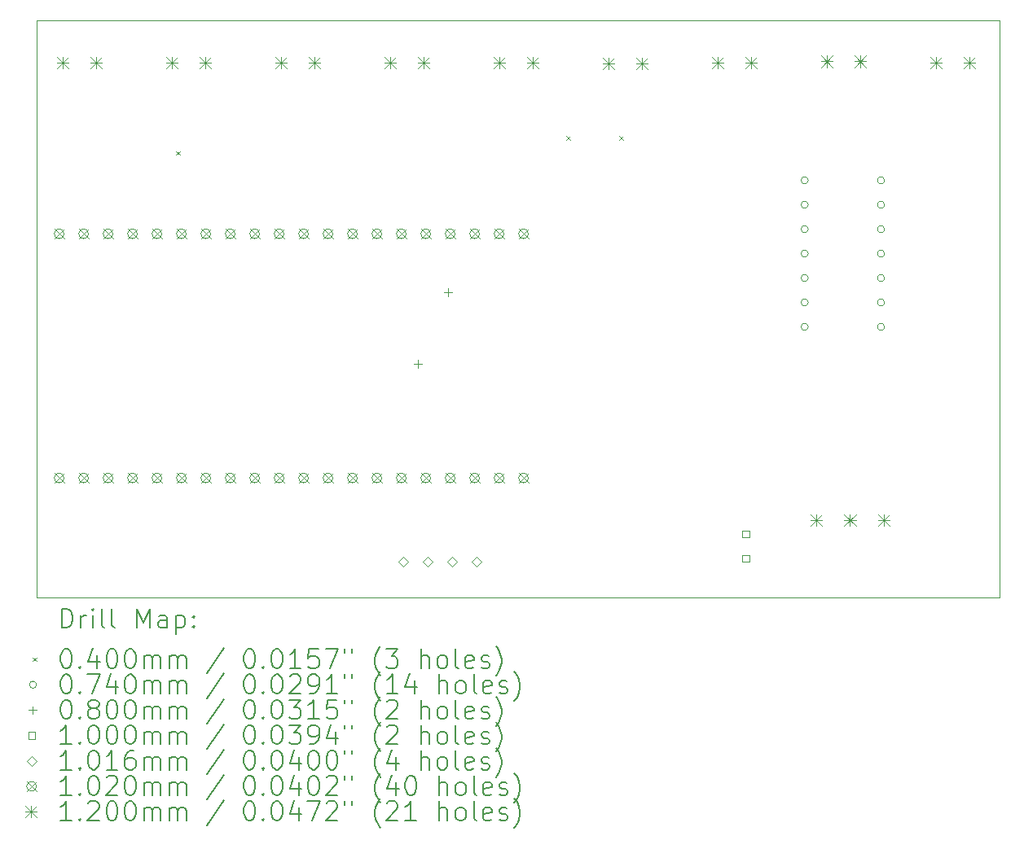
<source format=gbr>
%TF.GenerationSoftware,KiCad,Pcbnew,7.0.6*%
%TF.CreationDate,2024-06-10T15:38:22+10:00*%
%TF.ProjectId,AnalogVoltMeterClock,416e616c-6f67-4566-9f6c-744d65746572,rev?*%
%TF.SameCoordinates,Original*%
%TF.FileFunction,Drillmap*%
%TF.FilePolarity,Positive*%
%FSLAX45Y45*%
G04 Gerber Fmt 4.5, Leading zero omitted, Abs format (unit mm)*
G04 Created by KiCad (PCBNEW 7.0.6) date 2024-06-10 15:38:22*
%MOMM*%
%LPD*%
G01*
G04 APERTURE LIST*
%ADD10C,0.100000*%
%ADD11C,0.200000*%
%ADD12C,0.040000*%
%ADD13C,0.074000*%
%ADD14C,0.080000*%
%ADD15C,0.101600*%
%ADD16C,0.102000*%
%ADD17C,0.120000*%
G04 APERTURE END LIST*
D10*
X7700000Y-7000000D02*
X17700000Y-7000000D01*
X7700000Y-13000000D02*
X17700000Y-13000000D01*
X7700000Y-7000000D02*
X7700000Y-13000000D01*
X17700000Y-7000000D02*
X17700000Y-13000000D01*
D11*
D12*
X9144000Y-8359000D02*
X9184000Y-8399000D01*
X9184000Y-8359000D02*
X9144000Y-8399000D01*
X13198000Y-8200000D02*
X13238000Y-8240000D01*
X13238000Y-8200000D02*
X13198000Y-8240000D01*
X13750000Y-8199000D02*
X13790000Y-8239000D01*
X13790000Y-8199000D02*
X13750000Y-8239000D01*
D13*
X15715000Y-8662000D02*
G75*
G03*
X15715000Y-8662000I-37000J0D01*
G01*
X15715000Y-8916000D02*
G75*
G03*
X15715000Y-8916000I-37000J0D01*
G01*
X15715000Y-9170000D02*
G75*
G03*
X15715000Y-9170000I-37000J0D01*
G01*
X15715000Y-9424000D02*
G75*
G03*
X15715000Y-9424000I-37000J0D01*
G01*
X15715000Y-9678000D02*
G75*
G03*
X15715000Y-9678000I-37000J0D01*
G01*
X15715000Y-9932000D02*
G75*
G03*
X15715000Y-9932000I-37000J0D01*
G01*
X15715000Y-10186000D02*
G75*
G03*
X15715000Y-10186000I-37000J0D01*
G01*
X16509000Y-8662000D02*
G75*
G03*
X16509000Y-8662000I-37000J0D01*
G01*
X16509000Y-8916000D02*
G75*
G03*
X16509000Y-8916000I-37000J0D01*
G01*
X16509000Y-9170000D02*
G75*
G03*
X16509000Y-9170000I-37000J0D01*
G01*
X16509000Y-9424000D02*
G75*
G03*
X16509000Y-9424000I-37000J0D01*
G01*
X16509000Y-9678000D02*
G75*
G03*
X16509000Y-9678000I-37000J0D01*
G01*
X16509000Y-9932000D02*
G75*
G03*
X16509000Y-9932000I-37000J0D01*
G01*
X16509000Y-10186000D02*
G75*
G03*
X16509000Y-10186000I-37000J0D01*
G01*
D14*
X11659000Y-10530000D02*
X11659000Y-10610000D01*
X11619000Y-10570000D02*
X11699000Y-10570000D01*
X11974000Y-9784000D02*
X11974000Y-9864000D01*
X11934000Y-9824000D02*
X12014000Y-9824000D01*
D10*
X15102356Y-12374356D02*
X15102356Y-12303644D01*
X15031644Y-12303644D01*
X15031644Y-12374356D01*
X15102356Y-12374356D01*
X15102356Y-12628356D02*
X15102356Y-12557644D01*
X15031644Y-12557644D01*
X15031644Y-12628356D01*
X15102356Y-12628356D01*
D15*
X11504000Y-12677800D02*
X11554800Y-12627000D01*
X11504000Y-12576200D01*
X11453200Y-12627000D01*
X11504000Y-12677800D01*
X11758000Y-12677800D02*
X11808800Y-12627000D01*
X11758000Y-12576200D01*
X11707200Y-12627000D01*
X11758000Y-12677800D01*
X12012000Y-12677800D02*
X12062800Y-12627000D01*
X12012000Y-12576200D01*
X11961200Y-12627000D01*
X12012000Y-12677800D01*
X12266000Y-12677800D02*
X12316800Y-12627000D01*
X12266000Y-12576200D01*
X12215200Y-12627000D01*
X12266000Y-12677800D01*
D16*
X7879000Y-9167000D02*
X7981000Y-9269000D01*
X7981000Y-9167000D02*
X7879000Y-9269000D01*
X7981000Y-9218000D02*
G75*
G03*
X7981000Y-9218000I-51000J0D01*
G01*
X7879000Y-11707000D02*
X7981000Y-11809000D01*
X7981000Y-11707000D02*
X7879000Y-11809000D01*
X7981000Y-11758000D02*
G75*
G03*
X7981000Y-11758000I-51000J0D01*
G01*
X8133000Y-9167000D02*
X8235000Y-9269000D01*
X8235000Y-9167000D02*
X8133000Y-9269000D01*
X8235000Y-9218000D02*
G75*
G03*
X8235000Y-9218000I-51000J0D01*
G01*
X8133000Y-11707000D02*
X8235000Y-11809000D01*
X8235000Y-11707000D02*
X8133000Y-11809000D01*
X8235000Y-11758000D02*
G75*
G03*
X8235000Y-11758000I-51000J0D01*
G01*
X8387000Y-9167000D02*
X8489000Y-9269000D01*
X8489000Y-9167000D02*
X8387000Y-9269000D01*
X8489000Y-9218000D02*
G75*
G03*
X8489000Y-9218000I-51000J0D01*
G01*
X8387000Y-11707000D02*
X8489000Y-11809000D01*
X8489000Y-11707000D02*
X8387000Y-11809000D01*
X8489000Y-11758000D02*
G75*
G03*
X8489000Y-11758000I-51000J0D01*
G01*
X8641000Y-9167000D02*
X8743000Y-9269000D01*
X8743000Y-9167000D02*
X8641000Y-9269000D01*
X8743000Y-9218000D02*
G75*
G03*
X8743000Y-9218000I-51000J0D01*
G01*
X8641000Y-11707000D02*
X8743000Y-11809000D01*
X8743000Y-11707000D02*
X8641000Y-11809000D01*
X8743000Y-11758000D02*
G75*
G03*
X8743000Y-11758000I-51000J0D01*
G01*
X8895000Y-9167000D02*
X8997000Y-9269000D01*
X8997000Y-9167000D02*
X8895000Y-9269000D01*
X8997000Y-9218000D02*
G75*
G03*
X8997000Y-9218000I-51000J0D01*
G01*
X8895000Y-11707000D02*
X8997000Y-11809000D01*
X8997000Y-11707000D02*
X8895000Y-11809000D01*
X8997000Y-11758000D02*
G75*
G03*
X8997000Y-11758000I-51000J0D01*
G01*
X9149000Y-9167000D02*
X9251000Y-9269000D01*
X9251000Y-9167000D02*
X9149000Y-9269000D01*
X9251000Y-9218000D02*
G75*
G03*
X9251000Y-9218000I-51000J0D01*
G01*
X9149000Y-11707000D02*
X9251000Y-11809000D01*
X9251000Y-11707000D02*
X9149000Y-11809000D01*
X9251000Y-11758000D02*
G75*
G03*
X9251000Y-11758000I-51000J0D01*
G01*
X9403000Y-9167000D02*
X9505000Y-9269000D01*
X9505000Y-9167000D02*
X9403000Y-9269000D01*
X9505000Y-9218000D02*
G75*
G03*
X9505000Y-9218000I-51000J0D01*
G01*
X9403000Y-11707000D02*
X9505000Y-11809000D01*
X9505000Y-11707000D02*
X9403000Y-11809000D01*
X9505000Y-11758000D02*
G75*
G03*
X9505000Y-11758000I-51000J0D01*
G01*
X9657000Y-9167000D02*
X9759000Y-9269000D01*
X9759000Y-9167000D02*
X9657000Y-9269000D01*
X9759000Y-9218000D02*
G75*
G03*
X9759000Y-9218000I-51000J0D01*
G01*
X9657000Y-11707000D02*
X9759000Y-11809000D01*
X9759000Y-11707000D02*
X9657000Y-11809000D01*
X9759000Y-11758000D02*
G75*
G03*
X9759000Y-11758000I-51000J0D01*
G01*
X9911000Y-9167000D02*
X10013000Y-9269000D01*
X10013000Y-9167000D02*
X9911000Y-9269000D01*
X10013000Y-9218000D02*
G75*
G03*
X10013000Y-9218000I-51000J0D01*
G01*
X9911000Y-11707000D02*
X10013000Y-11809000D01*
X10013000Y-11707000D02*
X9911000Y-11809000D01*
X10013000Y-11758000D02*
G75*
G03*
X10013000Y-11758000I-51000J0D01*
G01*
X10165000Y-9167000D02*
X10267000Y-9269000D01*
X10267000Y-9167000D02*
X10165000Y-9269000D01*
X10267000Y-9218000D02*
G75*
G03*
X10267000Y-9218000I-51000J0D01*
G01*
X10165000Y-11707000D02*
X10267000Y-11809000D01*
X10267000Y-11707000D02*
X10165000Y-11809000D01*
X10267000Y-11758000D02*
G75*
G03*
X10267000Y-11758000I-51000J0D01*
G01*
X10419000Y-9167000D02*
X10521000Y-9269000D01*
X10521000Y-9167000D02*
X10419000Y-9269000D01*
X10521000Y-9218000D02*
G75*
G03*
X10521000Y-9218000I-51000J0D01*
G01*
X10419000Y-11707000D02*
X10521000Y-11809000D01*
X10521000Y-11707000D02*
X10419000Y-11809000D01*
X10521000Y-11758000D02*
G75*
G03*
X10521000Y-11758000I-51000J0D01*
G01*
X10673000Y-9167000D02*
X10775000Y-9269000D01*
X10775000Y-9167000D02*
X10673000Y-9269000D01*
X10775000Y-9218000D02*
G75*
G03*
X10775000Y-9218000I-51000J0D01*
G01*
X10673000Y-11707000D02*
X10775000Y-11809000D01*
X10775000Y-11707000D02*
X10673000Y-11809000D01*
X10775000Y-11758000D02*
G75*
G03*
X10775000Y-11758000I-51000J0D01*
G01*
X10927000Y-9167000D02*
X11029000Y-9269000D01*
X11029000Y-9167000D02*
X10927000Y-9269000D01*
X11029000Y-9218000D02*
G75*
G03*
X11029000Y-9218000I-51000J0D01*
G01*
X10927000Y-11707000D02*
X11029000Y-11809000D01*
X11029000Y-11707000D02*
X10927000Y-11809000D01*
X11029000Y-11758000D02*
G75*
G03*
X11029000Y-11758000I-51000J0D01*
G01*
X11181000Y-9167000D02*
X11283000Y-9269000D01*
X11283000Y-9167000D02*
X11181000Y-9269000D01*
X11283000Y-9218000D02*
G75*
G03*
X11283000Y-9218000I-51000J0D01*
G01*
X11181000Y-11707000D02*
X11283000Y-11809000D01*
X11283000Y-11707000D02*
X11181000Y-11809000D01*
X11283000Y-11758000D02*
G75*
G03*
X11283000Y-11758000I-51000J0D01*
G01*
X11435000Y-9167000D02*
X11537000Y-9269000D01*
X11537000Y-9167000D02*
X11435000Y-9269000D01*
X11537000Y-9218000D02*
G75*
G03*
X11537000Y-9218000I-51000J0D01*
G01*
X11435000Y-11707000D02*
X11537000Y-11809000D01*
X11537000Y-11707000D02*
X11435000Y-11809000D01*
X11537000Y-11758000D02*
G75*
G03*
X11537000Y-11758000I-51000J0D01*
G01*
X11689000Y-9167000D02*
X11791000Y-9269000D01*
X11791000Y-9167000D02*
X11689000Y-9269000D01*
X11791000Y-9218000D02*
G75*
G03*
X11791000Y-9218000I-51000J0D01*
G01*
X11689000Y-11707000D02*
X11791000Y-11809000D01*
X11791000Y-11707000D02*
X11689000Y-11809000D01*
X11791000Y-11758000D02*
G75*
G03*
X11791000Y-11758000I-51000J0D01*
G01*
X11943000Y-9167000D02*
X12045000Y-9269000D01*
X12045000Y-9167000D02*
X11943000Y-9269000D01*
X12045000Y-9218000D02*
G75*
G03*
X12045000Y-9218000I-51000J0D01*
G01*
X11943000Y-11707000D02*
X12045000Y-11809000D01*
X12045000Y-11707000D02*
X11943000Y-11809000D01*
X12045000Y-11758000D02*
G75*
G03*
X12045000Y-11758000I-51000J0D01*
G01*
X12197000Y-9167000D02*
X12299000Y-9269000D01*
X12299000Y-9167000D02*
X12197000Y-9269000D01*
X12299000Y-9218000D02*
G75*
G03*
X12299000Y-9218000I-51000J0D01*
G01*
X12197000Y-11707000D02*
X12299000Y-11809000D01*
X12299000Y-11707000D02*
X12197000Y-11809000D01*
X12299000Y-11758000D02*
G75*
G03*
X12299000Y-11758000I-51000J0D01*
G01*
X12451000Y-9167000D02*
X12553000Y-9269000D01*
X12553000Y-9167000D02*
X12451000Y-9269000D01*
X12553000Y-9218000D02*
G75*
G03*
X12553000Y-9218000I-51000J0D01*
G01*
X12451000Y-11707000D02*
X12553000Y-11809000D01*
X12553000Y-11707000D02*
X12451000Y-11809000D01*
X12553000Y-11758000D02*
G75*
G03*
X12553000Y-11758000I-51000J0D01*
G01*
X12705000Y-9167000D02*
X12807000Y-9269000D01*
X12807000Y-9167000D02*
X12705000Y-9269000D01*
X12807000Y-9218000D02*
G75*
G03*
X12807000Y-9218000I-51000J0D01*
G01*
X12705000Y-11707000D02*
X12807000Y-11809000D01*
X12807000Y-11707000D02*
X12705000Y-11809000D01*
X12807000Y-11758000D02*
G75*
G03*
X12807000Y-11758000I-51000J0D01*
G01*
D17*
X7907000Y-7375000D02*
X8027000Y-7495000D01*
X8027000Y-7375000D02*
X7907000Y-7495000D01*
X7967000Y-7375000D02*
X7967000Y-7495000D01*
X7907000Y-7435000D02*
X8027000Y-7435000D01*
X8257000Y-7375000D02*
X8377000Y-7495000D01*
X8377000Y-7375000D02*
X8257000Y-7495000D01*
X8317000Y-7375000D02*
X8317000Y-7495000D01*
X8257000Y-7435000D02*
X8377000Y-7435000D01*
X9041500Y-7375000D02*
X9161500Y-7495000D01*
X9161500Y-7375000D02*
X9041500Y-7495000D01*
X9101500Y-7375000D02*
X9101500Y-7495000D01*
X9041500Y-7435000D02*
X9161500Y-7435000D01*
X9391500Y-7375000D02*
X9511500Y-7495000D01*
X9511500Y-7375000D02*
X9391500Y-7495000D01*
X9451500Y-7375000D02*
X9451500Y-7495000D01*
X9391500Y-7435000D02*
X9511500Y-7435000D01*
X10176000Y-7378000D02*
X10296000Y-7498000D01*
X10296000Y-7378000D02*
X10176000Y-7498000D01*
X10236000Y-7378000D02*
X10236000Y-7498000D01*
X10176000Y-7438000D02*
X10296000Y-7438000D01*
X10526000Y-7378000D02*
X10646000Y-7498000D01*
X10646000Y-7378000D02*
X10526000Y-7498000D01*
X10586000Y-7378000D02*
X10586000Y-7498000D01*
X10526000Y-7438000D02*
X10646000Y-7438000D01*
X11310500Y-7375000D02*
X11430500Y-7495000D01*
X11430500Y-7375000D02*
X11310500Y-7495000D01*
X11370500Y-7375000D02*
X11370500Y-7495000D01*
X11310500Y-7435000D02*
X11430500Y-7435000D01*
X11660500Y-7375000D02*
X11780500Y-7495000D01*
X11780500Y-7375000D02*
X11660500Y-7495000D01*
X11720500Y-7375000D02*
X11720500Y-7495000D01*
X11660500Y-7435000D02*
X11780500Y-7435000D01*
X12445000Y-7375000D02*
X12565000Y-7495000D01*
X12565000Y-7375000D02*
X12445000Y-7495000D01*
X12505000Y-7375000D02*
X12505000Y-7495000D01*
X12445000Y-7435000D02*
X12565000Y-7435000D01*
X12795000Y-7375000D02*
X12915000Y-7495000D01*
X12915000Y-7375000D02*
X12795000Y-7495000D01*
X12855000Y-7375000D02*
X12855000Y-7495000D01*
X12795000Y-7435000D02*
X12915000Y-7435000D01*
X13579500Y-7385000D02*
X13699500Y-7505000D01*
X13699500Y-7385000D02*
X13579500Y-7505000D01*
X13639500Y-7385000D02*
X13639500Y-7505000D01*
X13579500Y-7445000D02*
X13699500Y-7445000D01*
X13929500Y-7385000D02*
X14049500Y-7505000D01*
X14049500Y-7385000D02*
X13929500Y-7505000D01*
X13989500Y-7385000D02*
X13989500Y-7505000D01*
X13929500Y-7445000D02*
X14049500Y-7445000D01*
X14714000Y-7375000D02*
X14834000Y-7495000D01*
X14834000Y-7375000D02*
X14714000Y-7495000D01*
X14774000Y-7375000D02*
X14774000Y-7495000D01*
X14714000Y-7435000D02*
X14834000Y-7435000D01*
X15064000Y-7375000D02*
X15184000Y-7495000D01*
X15184000Y-7375000D02*
X15064000Y-7495000D01*
X15124000Y-7375000D02*
X15124000Y-7495000D01*
X15064000Y-7435000D02*
X15184000Y-7435000D01*
X15740000Y-12137000D02*
X15860000Y-12257000D01*
X15860000Y-12137000D02*
X15740000Y-12257000D01*
X15800000Y-12137000D02*
X15800000Y-12257000D01*
X15740000Y-12197000D02*
X15860000Y-12197000D01*
X15848500Y-7365000D02*
X15968500Y-7485000D01*
X15968500Y-7365000D02*
X15848500Y-7485000D01*
X15908500Y-7365000D02*
X15908500Y-7485000D01*
X15848500Y-7425000D02*
X15968500Y-7425000D01*
X16090000Y-12137000D02*
X16210000Y-12257000D01*
X16210000Y-12137000D02*
X16090000Y-12257000D01*
X16150000Y-12137000D02*
X16150000Y-12257000D01*
X16090000Y-12197000D02*
X16210000Y-12197000D01*
X16198500Y-7365000D02*
X16318500Y-7485000D01*
X16318500Y-7365000D02*
X16198500Y-7485000D01*
X16258500Y-7365000D02*
X16258500Y-7485000D01*
X16198500Y-7425000D02*
X16318500Y-7425000D01*
X16440000Y-12137000D02*
X16560000Y-12257000D01*
X16560000Y-12137000D02*
X16440000Y-12257000D01*
X16500000Y-12137000D02*
X16500000Y-12257000D01*
X16440000Y-12197000D02*
X16560000Y-12197000D01*
X16983000Y-7375000D02*
X17103000Y-7495000D01*
X17103000Y-7375000D02*
X16983000Y-7495000D01*
X17043000Y-7375000D02*
X17043000Y-7495000D01*
X16983000Y-7435000D02*
X17103000Y-7435000D01*
X17333000Y-7375000D02*
X17453000Y-7495000D01*
X17453000Y-7375000D02*
X17333000Y-7495000D01*
X17393000Y-7375000D02*
X17393000Y-7495000D01*
X17333000Y-7435000D02*
X17453000Y-7435000D01*
D11*
X7955777Y-13316484D02*
X7955777Y-13116484D01*
X7955777Y-13116484D02*
X8003396Y-13116484D01*
X8003396Y-13116484D02*
X8031967Y-13126008D01*
X8031967Y-13126008D02*
X8051015Y-13145055D01*
X8051015Y-13145055D02*
X8060539Y-13164103D01*
X8060539Y-13164103D02*
X8070062Y-13202198D01*
X8070062Y-13202198D02*
X8070062Y-13230769D01*
X8070062Y-13230769D02*
X8060539Y-13268865D01*
X8060539Y-13268865D02*
X8051015Y-13287912D01*
X8051015Y-13287912D02*
X8031967Y-13306960D01*
X8031967Y-13306960D02*
X8003396Y-13316484D01*
X8003396Y-13316484D02*
X7955777Y-13316484D01*
X8155777Y-13316484D02*
X8155777Y-13183150D01*
X8155777Y-13221246D02*
X8165301Y-13202198D01*
X8165301Y-13202198D02*
X8174824Y-13192674D01*
X8174824Y-13192674D02*
X8193872Y-13183150D01*
X8193872Y-13183150D02*
X8212920Y-13183150D01*
X8279586Y-13316484D02*
X8279586Y-13183150D01*
X8279586Y-13116484D02*
X8270062Y-13126008D01*
X8270062Y-13126008D02*
X8279586Y-13135531D01*
X8279586Y-13135531D02*
X8289110Y-13126008D01*
X8289110Y-13126008D02*
X8279586Y-13116484D01*
X8279586Y-13116484D02*
X8279586Y-13135531D01*
X8403396Y-13316484D02*
X8384348Y-13306960D01*
X8384348Y-13306960D02*
X8374824Y-13287912D01*
X8374824Y-13287912D02*
X8374824Y-13116484D01*
X8508158Y-13316484D02*
X8489110Y-13306960D01*
X8489110Y-13306960D02*
X8479586Y-13287912D01*
X8479586Y-13287912D02*
X8479586Y-13116484D01*
X8736729Y-13316484D02*
X8736729Y-13116484D01*
X8736729Y-13116484D02*
X8803396Y-13259341D01*
X8803396Y-13259341D02*
X8870063Y-13116484D01*
X8870063Y-13116484D02*
X8870063Y-13316484D01*
X9051015Y-13316484D02*
X9051015Y-13211722D01*
X9051015Y-13211722D02*
X9041491Y-13192674D01*
X9041491Y-13192674D02*
X9022444Y-13183150D01*
X9022444Y-13183150D02*
X8984348Y-13183150D01*
X8984348Y-13183150D02*
X8965301Y-13192674D01*
X9051015Y-13306960D02*
X9031967Y-13316484D01*
X9031967Y-13316484D02*
X8984348Y-13316484D01*
X8984348Y-13316484D02*
X8965301Y-13306960D01*
X8965301Y-13306960D02*
X8955777Y-13287912D01*
X8955777Y-13287912D02*
X8955777Y-13268865D01*
X8955777Y-13268865D02*
X8965301Y-13249817D01*
X8965301Y-13249817D02*
X8984348Y-13240293D01*
X8984348Y-13240293D02*
X9031967Y-13240293D01*
X9031967Y-13240293D02*
X9051015Y-13230769D01*
X9146253Y-13183150D02*
X9146253Y-13383150D01*
X9146253Y-13192674D02*
X9165301Y-13183150D01*
X9165301Y-13183150D02*
X9203396Y-13183150D01*
X9203396Y-13183150D02*
X9222444Y-13192674D01*
X9222444Y-13192674D02*
X9231967Y-13202198D01*
X9231967Y-13202198D02*
X9241491Y-13221246D01*
X9241491Y-13221246D02*
X9241491Y-13278388D01*
X9241491Y-13278388D02*
X9231967Y-13297436D01*
X9231967Y-13297436D02*
X9222444Y-13306960D01*
X9222444Y-13306960D02*
X9203396Y-13316484D01*
X9203396Y-13316484D02*
X9165301Y-13316484D01*
X9165301Y-13316484D02*
X9146253Y-13306960D01*
X9327205Y-13297436D02*
X9336729Y-13306960D01*
X9336729Y-13306960D02*
X9327205Y-13316484D01*
X9327205Y-13316484D02*
X9317682Y-13306960D01*
X9317682Y-13306960D02*
X9327205Y-13297436D01*
X9327205Y-13297436D02*
X9327205Y-13316484D01*
X9327205Y-13192674D02*
X9336729Y-13202198D01*
X9336729Y-13202198D02*
X9327205Y-13211722D01*
X9327205Y-13211722D02*
X9317682Y-13202198D01*
X9317682Y-13202198D02*
X9327205Y-13192674D01*
X9327205Y-13192674D02*
X9327205Y-13211722D01*
D12*
X7655000Y-13625000D02*
X7695000Y-13665000D01*
X7695000Y-13625000D02*
X7655000Y-13665000D01*
D11*
X7993872Y-13536484D02*
X8012920Y-13536484D01*
X8012920Y-13536484D02*
X8031967Y-13546008D01*
X8031967Y-13546008D02*
X8041491Y-13555531D01*
X8041491Y-13555531D02*
X8051015Y-13574579D01*
X8051015Y-13574579D02*
X8060539Y-13612674D01*
X8060539Y-13612674D02*
X8060539Y-13660293D01*
X8060539Y-13660293D02*
X8051015Y-13698388D01*
X8051015Y-13698388D02*
X8041491Y-13717436D01*
X8041491Y-13717436D02*
X8031967Y-13726960D01*
X8031967Y-13726960D02*
X8012920Y-13736484D01*
X8012920Y-13736484D02*
X7993872Y-13736484D01*
X7993872Y-13736484D02*
X7974824Y-13726960D01*
X7974824Y-13726960D02*
X7965301Y-13717436D01*
X7965301Y-13717436D02*
X7955777Y-13698388D01*
X7955777Y-13698388D02*
X7946253Y-13660293D01*
X7946253Y-13660293D02*
X7946253Y-13612674D01*
X7946253Y-13612674D02*
X7955777Y-13574579D01*
X7955777Y-13574579D02*
X7965301Y-13555531D01*
X7965301Y-13555531D02*
X7974824Y-13546008D01*
X7974824Y-13546008D02*
X7993872Y-13536484D01*
X8146253Y-13717436D02*
X8155777Y-13726960D01*
X8155777Y-13726960D02*
X8146253Y-13736484D01*
X8146253Y-13736484D02*
X8136729Y-13726960D01*
X8136729Y-13726960D02*
X8146253Y-13717436D01*
X8146253Y-13717436D02*
X8146253Y-13736484D01*
X8327205Y-13603150D02*
X8327205Y-13736484D01*
X8279586Y-13526960D02*
X8231967Y-13669817D01*
X8231967Y-13669817D02*
X8355777Y-13669817D01*
X8470063Y-13536484D02*
X8489110Y-13536484D01*
X8489110Y-13536484D02*
X8508158Y-13546008D01*
X8508158Y-13546008D02*
X8517682Y-13555531D01*
X8517682Y-13555531D02*
X8527205Y-13574579D01*
X8527205Y-13574579D02*
X8536729Y-13612674D01*
X8536729Y-13612674D02*
X8536729Y-13660293D01*
X8536729Y-13660293D02*
X8527205Y-13698388D01*
X8527205Y-13698388D02*
X8517682Y-13717436D01*
X8517682Y-13717436D02*
X8508158Y-13726960D01*
X8508158Y-13726960D02*
X8489110Y-13736484D01*
X8489110Y-13736484D02*
X8470063Y-13736484D01*
X8470063Y-13736484D02*
X8451015Y-13726960D01*
X8451015Y-13726960D02*
X8441491Y-13717436D01*
X8441491Y-13717436D02*
X8431967Y-13698388D01*
X8431967Y-13698388D02*
X8422444Y-13660293D01*
X8422444Y-13660293D02*
X8422444Y-13612674D01*
X8422444Y-13612674D02*
X8431967Y-13574579D01*
X8431967Y-13574579D02*
X8441491Y-13555531D01*
X8441491Y-13555531D02*
X8451015Y-13546008D01*
X8451015Y-13546008D02*
X8470063Y-13536484D01*
X8660539Y-13536484D02*
X8679586Y-13536484D01*
X8679586Y-13536484D02*
X8698634Y-13546008D01*
X8698634Y-13546008D02*
X8708158Y-13555531D01*
X8708158Y-13555531D02*
X8717682Y-13574579D01*
X8717682Y-13574579D02*
X8727205Y-13612674D01*
X8727205Y-13612674D02*
X8727205Y-13660293D01*
X8727205Y-13660293D02*
X8717682Y-13698388D01*
X8717682Y-13698388D02*
X8708158Y-13717436D01*
X8708158Y-13717436D02*
X8698634Y-13726960D01*
X8698634Y-13726960D02*
X8679586Y-13736484D01*
X8679586Y-13736484D02*
X8660539Y-13736484D01*
X8660539Y-13736484D02*
X8641491Y-13726960D01*
X8641491Y-13726960D02*
X8631967Y-13717436D01*
X8631967Y-13717436D02*
X8622444Y-13698388D01*
X8622444Y-13698388D02*
X8612920Y-13660293D01*
X8612920Y-13660293D02*
X8612920Y-13612674D01*
X8612920Y-13612674D02*
X8622444Y-13574579D01*
X8622444Y-13574579D02*
X8631967Y-13555531D01*
X8631967Y-13555531D02*
X8641491Y-13546008D01*
X8641491Y-13546008D02*
X8660539Y-13536484D01*
X8812920Y-13736484D02*
X8812920Y-13603150D01*
X8812920Y-13622198D02*
X8822444Y-13612674D01*
X8822444Y-13612674D02*
X8841491Y-13603150D01*
X8841491Y-13603150D02*
X8870063Y-13603150D01*
X8870063Y-13603150D02*
X8889110Y-13612674D01*
X8889110Y-13612674D02*
X8898634Y-13631722D01*
X8898634Y-13631722D02*
X8898634Y-13736484D01*
X8898634Y-13631722D02*
X8908158Y-13612674D01*
X8908158Y-13612674D02*
X8927205Y-13603150D01*
X8927205Y-13603150D02*
X8955777Y-13603150D01*
X8955777Y-13603150D02*
X8974825Y-13612674D01*
X8974825Y-13612674D02*
X8984348Y-13631722D01*
X8984348Y-13631722D02*
X8984348Y-13736484D01*
X9079586Y-13736484D02*
X9079586Y-13603150D01*
X9079586Y-13622198D02*
X9089110Y-13612674D01*
X9089110Y-13612674D02*
X9108158Y-13603150D01*
X9108158Y-13603150D02*
X9136729Y-13603150D01*
X9136729Y-13603150D02*
X9155777Y-13612674D01*
X9155777Y-13612674D02*
X9165301Y-13631722D01*
X9165301Y-13631722D02*
X9165301Y-13736484D01*
X9165301Y-13631722D02*
X9174825Y-13612674D01*
X9174825Y-13612674D02*
X9193872Y-13603150D01*
X9193872Y-13603150D02*
X9222444Y-13603150D01*
X9222444Y-13603150D02*
X9241491Y-13612674D01*
X9241491Y-13612674D02*
X9251015Y-13631722D01*
X9251015Y-13631722D02*
X9251015Y-13736484D01*
X9641491Y-13526960D02*
X9470063Y-13784103D01*
X9898634Y-13536484D02*
X9917682Y-13536484D01*
X9917682Y-13536484D02*
X9936729Y-13546008D01*
X9936729Y-13546008D02*
X9946253Y-13555531D01*
X9946253Y-13555531D02*
X9955777Y-13574579D01*
X9955777Y-13574579D02*
X9965301Y-13612674D01*
X9965301Y-13612674D02*
X9965301Y-13660293D01*
X9965301Y-13660293D02*
X9955777Y-13698388D01*
X9955777Y-13698388D02*
X9946253Y-13717436D01*
X9946253Y-13717436D02*
X9936729Y-13726960D01*
X9936729Y-13726960D02*
X9917682Y-13736484D01*
X9917682Y-13736484D02*
X9898634Y-13736484D01*
X9898634Y-13736484D02*
X9879587Y-13726960D01*
X9879587Y-13726960D02*
X9870063Y-13717436D01*
X9870063Y-13717436D02*
X9860539Y-13698388D01*
X9860539Y-13698388D02*
X9851015Y-13660293D01*
X9851015Y-13660293D02*
X9851015Y-13612674D01*
X9851015Y-13612674D02*
X9860539Y-13574579D01*
X9860539Y-13574579D02*
X9870063Y-13555531D01*
X9870063Y-13555531D02*
X9879587Y-13546008D01*
X9879587Y-13546008D02*
X9898634Y-13536484D01*
X10051015Y-13717436D02*
X10060539Y-13726960D01*
X10060539Y-13726960D02*
X10051015Y-13736484D01*
X10051015Y-13736484D02*
X10041491Y-13726960D01*
X10041491Y-13726960D02*
X10051015Y-13717436D01*
X10051015Y-13717436D02*
X10051015Y-13736484D01*
X10184348Y-13536484D02*
X10203396Y-13536484D01*
X10203396Y-13536484D02*
X10222444Y-13546008D01*
X10222444Y-13546008D02*
X10231968Y-13555531D01*
X10231968Y-13555531D02*
X10241491Y-13574579D01*
X10241491Y-13574579D02*
X10251015Y-13612674D01*
X10251015Y-13612674D02*
X10251015Y-13660293D01*
X10251015Y-13660293D02*
X10241491Y-13698388D01*
X10241491Y-13698388D02*
X10231968Y-13717436D01*
X10231968Y-13717436D02*
X10222444Y-13726960D01*
X10222444Y-13726960D02*
X10203396Y-13736484D01*
X10203396Y-13736484D02*
X10184348Y-13736484D01*
X10184348Y-13736484D02*
X10165301Y-13726960D01*
X10165301Y-13726960D02*
X10155777Y-13717436D01*
X10155777Y-13717436D02*
X10146253Y-13698388D01*
X10146253Y-13698388D02*
X10136729Y-13660293D01*
X10136729Y-13660293D02*
X10136729Y-13612674D01*
X10136729Y-13612674D02*
X10146253Y-13574579D01*
X10146253Y-13574579D02*
X10155777Y-13555531D01*
X10155777Y-13555531D02*
X10165301Y-13546008D01*
X10165301Y-13546008D02*
X10184348Y-13536484D01*
X10441491Y-13736484D02*
X10327206Y-13736484D01*
X10384348Y-13736484D02*
X10384348Y-13536484D01*
X10384348Y-13536484D02*
X10365301Y-13565055D01*
X10365301Y-13565055D02*
X10346253Y-13584103D01*
X10346253Y-13584103D02*
X10327206Y-13593627D01*
X10622444Y-13536484D02*
X10527206Y-13536484D01*
X10527206Y-13536484D02*
X10517682Y-13631722D01*
X10517682Y-13631722D02*
X10527206Y-13622198D01*
X10527206Y-13622198D02*
X10546253Y-13612674D01*
X10546253Y-13612674D02*
X10593872Y-13612674D01*
X10593872Y-13612674D02*
X10612920Y-13622198D01*
X10612920Y-13622198D02*
X10622444Y-13631722D01*
X10622444Y-13631722D02*
X10631968Y-13650769D01*
X10631968Y-13650769D02*
X10631968Y-13698388D01*
X10631968Y-13698388D02*
X10622444Y-13717436D01*
X10622444Y-13717436D02*
X10612920Y-13726960D01*
X10612920Y-13726960D02*
X10593872Y-13736484D01*
X10593872Y-13736484D02*
X10546253Y-13736484D01*
X10546253Y-13736484D02*
X10527206Y-13726960D01*
X10527206Y-13726960D02*
X10517682Y-13717436D01*
X10698634Y-13536484D02*
X10831968Y-13536484D01*
X10831968Y-13536484D02*
X10746253Y-13736484D01*
X10898634Y-13536484D02*
X10898634Y-13574579D01*
X10974825Y-13536484D02*
X10974825Y-13574579D01*
X11270063Y-13812674D02*
X11260539Y-13803150D01*
X11260539Y-13803150D02*
X11241491Y-13774579D01*
X11241491Y-13774579D02*
X11231968Y-13755531D01*
X11231968Y-13755531D02*
X11222444Y-13726960D01*
X11222444Y-13726960D02*
X11212920Y-13679341D01*
X11212920Y-13679341D02*
X11212920Y-13641246D01*
X11212920Y-13641246D02*
X11222444Y-13593627D01*
X11222444Y-13593627D02*
X11231968Y-13565055D01*
X11231968Y-13565055D02*
X11241491Y-13546008D01*
X11241491Y-13546008D02*
X11260539Y-13517436D01*
X11260539Y-13517436D02*
X11270063Y-13507912D01*
X11327206Y-13536484D02*
X11451015Y-13536484D01*
X11451015Y-13536484D02*
X11384348Y-13612674D01*
X11384348Y-13612674D02*
X11412920Y-13612674D01*
X11412920Y-13612674D02*
X11431968Y-13622198D01*
X11431968Y-13622198D02*
X11441491Y-13631722D01*
X11441491Y-13631722D02*
X11451015Y-13650769D01*
X11451015Y-13650769D02*
X11451015Y-13698388D01*
X11451015Y-13698388D02*
X11441491Y-13717436D01*
X11441491Y-13717436D02*
X11431968Y-13726960D01*
X11431968Y-13726960D02*
X11412920Y-13736484D01*
X11412920Y-13736484D02*
X11355777Y-13736484D01*
X11355777Y-13736484D02*
X11336729Y-13726960D01*
X11336729Y-13726960D02*
X11327206Y-13717436D01*
X11689110Y-13736484D02*
X11689110Y-13536484D01*
X11774825Y-13736484D02*
X11774825Y-13631722D01*
X11774825Y-13631722D02*
X11765301Y-13612674D01*
X11765301Y-13612674D02*
X11746253Y-13603150D01*
X11746253Y-13603150D02*
X11717682Y-13603150D01*
X11717682Y-13603150D02*
X11698634Y-13612674D01*
X11698634Y-13612674D02*
X11689110Y-13622198D01*
X11898634Y-13736484D02*
X11879587Y-13726960D01*
X11879587Y-13726960D02*
X11870063Y-13717436D01*
X11870063Y-13717436D02*
X11860539Y-13698388D01*
X11860539Y-13698388D02*
X11860539Y-13641246D01*
X11860539Y-13641246D02*
X11870063Y-13622198D01*
X11870063Y-13622198D02*
X11879587Y-13612674D01*
X11879587Y-13612674D02*
X11898634Y-13603150D01*
X11898634Y-13603150D02*
X11927206Y-13603150D01*
X11927206Y-13603150D02*
X11946253Y-13612674D01*
X11946253Y-13612674D02*
X11955777Y-13622198D01*
X11955777Y-13622198D02*
X11965301Y-13641246D01*
X11965301Y-13641246D02*
X11965301Y-13698388D01*
X11965301Y-13698388D02*
X11955777Y-13717436D01*
X11955777Y-13717436D02*
X11946253Y-13726960D01*
X11946253Y-13726960D02*
X11927206Y-13736484D01*
X11927206Y-13736484D02*
X11898634Y-13736484D01*
X12079587Y-13736484D02*
X12060539Y-13726960D01*
X12060539Y-13726960D02*
X12051015Y-13707912D01*
X12051015Y-13707912D02*
X12051015Y-13536484D01*
X12231968Y-13726960D02*
X12212920Y-13736484D01*
X12212920Y-13736484D02*
X12174825Y-13736484D01*
X12174825Y-13736484D02*
X12155777Y-13726960D01*
X12155777Y-13726960D02*
X12146253Y-13707912D01*
X12146253Y-13707912D02*
X12146253Y-13631722D01*
X12146253Y-13631722D02*
X12155777Y-13612674D01*
X12155777Y-13612674D02*
X12174825Y-13603150D01*
X12174825Y-13603150D02*
X12212920Y-13603150D01*
X12212920Y-13603150D02*
X12231968Y-13612674D01*
X12231968Y-13612674D02*
X12241491Y-13631722D01*
X12241491Y-13631722D02*
X12241491Y-13650769D01*
X12241491Y-13650769D02*
X12146253Y-13669817D01*
X12317682Y-13726960D02*
X12336730Y-13736484D01*
X12336730Y-13736484D02*
X12374825Y-13736484D01*
X12374825Y-13736484D02*
X12393872Y-13726960D01*
X12393872Y-13726960D02*
X12403396Y-13707912D01*
X12403396Y-13707912D02*
X12403396Y-13698388D01*
X12403396Y-13698388D02*
X12393872Y-13679341D01*
X12393872Y-13679341D02*
X12374825Y-13669817D01*
X12374825Y-13669817D02*
X12346253Y-13669817D01*
X12346253Y-13669817D02*
X12327206Y-13660293D01*
X12327206Y-13660293D02*
X12317682Y-13641246D01*
X12317682Y-13641246D02*
X12317682Y-13631722D01*
X12317682Y-13631722D02*
X12327206Y-13612674D01*
X12327206Y-13612674D02*
X12346253Y-13603150D01*
X12346253Y-13603150D02*
X12374825Y-13603150D01*
X12374825Y-13603150D02*
X12393872Y-13612674D01*
X12470063Y-13812674D02*
X12479587Y-13803150D01*
X12479587Y-13803150D02*
X12498634Y-13774579D01*
X12498634Y-13774579D02*
X12508158Y-13755531D01*
X12508158Y-13755531D02*
X12517682Y-13726960D01*
X12517682Y-13726960D02*
X12527206Y-13679341D01*
X12527206Y-13679341D02*
X12527206Y-13641246D01*
X12527206Y-13641246D02*
X12517682Y-13593627D01*
X12517682Y-13593627D02*
X12508158Y-13565055D01*
X12508158Y-13565055D02*
X12498634Y-13546008D01*
X12498634Y-13546008D02*
X12479587Y-13517436D01*
X12479587Y-13517436D02*
X12470063Y-13507912D01*
D13*
X7695000Y-13909000D02*
G75*
G03*
X7695000Y-13909000I-37000J0D01*
G01*
D11*
X7993872Y-13800484D02*
X8012920Y-13800484D01*
X8012920Y-13800484D02*
X8031967Y-13810008D01*
X8031967Y-13810008D02*
X8041491Y-13819531D01*
X8041491Y-13819531D02*
X8051015Y-13838579D01*
X8051015Y-13838579D02*
X8060539Y-13876674D01*
X8060539Y-13876674D02*
X8060539Y-13924293D01*
X8060539Y-13924293D02*
X8051015Y-13962388D01*
X8051015Y-13962388D02*
X8041491Y-13981436D01*
X8041491Y-13981436D02*
X8031967Y-13990960D01*
X8031967Y-13990960D02*
X8012920Y-14000484D01*
X8012920Y-14000484D02*
X7993872Y-14000484D01*
X7993872Y-14000484D02*
X7974824Y-13990960D01*
X7974824Y-13990960D02*
X7965301Y-13981436D01*
X7965301Y-13981436D02*
X7955777Y-13962388D01*
X7955777Y-13962388D02*
X7946253Y-13924293D01*
X7946253Y-13924293D02*
X7946253Y-13876674D01*
X7946253Y-13876674D02*
X7955777Y-13838579D01*
X7955777Y-13838579D02*
X7965301Y-13819531D01*
X7965301Y-13819531D02*
X7974824Y-13810008D01*
X7974824Y-13810008D02*
X7993872Y-13800484D01*
X8146253Y-13981436D02*
X8155777Y-13990960D01*
X8155777Y-13990960D02*
X8146253Y-14000484D01*
X8146253Y-14000484D02*
X8136729Y-13990960D01*
X8136729Y-13990960D02*
X8146253Y-13981436D01*
X8146253Y-13981436D02*
X8146253Y-14000484D01*
X8222443Y-13800484D02*
X8355777Y-13800484D01*
X8355777Y-13800484D02*
X8270062Y-14000484D01*
X8517682Y-13867150D02*
X8517682Y-14000484D01*
X8470063Y-13790960D02*
X8422444Y-13933817D01*
X8422444Y-13933817D02*
X8546253Y-13933817D01*
X8660539Y-13800484D02*
X8679586Y-13800484D01*
X8679586Y-13800484D02*
X8698634Y-13810008D01*
X8698634Y-13810008D02*
X8708158Y-13819531D01*
X8708158Y-13819531D02*
X8717682Y-13838579D01*
X8717682Y-13838579D02*
X8727205Y-13876674D01*
X8727205Y-13876674D02*
X8727205Y-13924293D01*
X8727205Y-13924293D02*
X8717682Y-13962388D01*
X8717682Y-13962388D02*
X8708158Y-13981436D01*
X8708158Y-13981436D02*
X8698634Y-13990960D01*
X8698634Y-13990960D02*
X8679586Y-14000484D01*
X8679586Y-14000484D02*
X8660539Y-14000484D01*
X8660539Y-14000484D02*
X8641491Y-13990960D01*
X8641491Y-13990960D02*
X8631967Y-13981436D01*
X8631967Y-13981436D02*
X8622444Y-13962388D01*
X8622444Y-13962388D02*
X8612920Y-13924293D01*
X8612920Y-13924293D02*
X8612920Y-13876674D01*
X8612920Y-13876674D02*
X8622444Y-13838579D01*
X8622444Y-13838579D02*
X8631967Y-13819531D01*
X8631967Y-13819531D02*
X8641491Y-13810008D01*
X8641491Y-13810008D02*
X8660539Y-13800484D01*
X8812920Y-14000484D02*
X8812920Y-13867150D01*
X8812920Y-13886198D02*
X8822444Y-13876674D01*
X8822444Y-13876674D02*
X8841491Y-13867150D01*
X8841491Y-13867150D02*
X8870063Y-13867150D01*
X8870063Y-13867150D02*
X8889110Y-13876674D01*
X8889110Y-13876674D02*
X8898634Y-13895722D01*
X8898634Y-13895722D02*
X8898634Y-14000484D01*
X8898634Y-13895722D02*
X8908158Y-13876674D01*
X8908158Y-13876674D02*
X8927205Y-13867150D01*
X8927205Y-13867150D02*
X8955777Y-13867150D01*
X8955777Y-13867150D02*
X8974825Y-13876674D01*
X8974825Y-13876674D02*
X8984348Y-13895722D01*
X8984348Y-13895722D02*
X8984348Y-14000484D01*
X9079586Y-14000484D02*
X9079586Y-13867150D01*
X9079586Y-13886198D02*
X9089110Y-13876674D01*
X9089110Y-13876674D02*
X9108158Y-13867150D01*
X9108158Y-13867150D02*
X9136729Y-13867150D01*
X9136729Y-13867150D02*
X9155777Y-13876674D01*
X9155777Y-13876674D02*
X9165301Y-13895722D01*
X9165301Y-13895722D02*
X9165301Y-14000484D01*
X9165301Y-13895722D02*
X9174825Y-13876674D01*
X9174825Y-13876674D02*
X9193872Y-13867150D01*
X9193872Y-13867150D02*
X9222444Y-13867150D01*
X9222444Y-13867150D02*
X9241491Y-13876674D01*
X9241491Y-13876674D02*
X9251015Y-13895722D01*
X9251015Y-13895722D02*
X9251015Y-14000484D01*
X9641491Y-13790960D02*
X9470063Y-14048103D01*
X9898634Y-13800484D02*
X9917682Y-13800484D01*
X9917682Y-13800484D02*
X9936729Y-13810008D01*
X9936729Y-13810008D02*
X9946253Y-13819531D01*
X9946253Y-13819531D02*
X9955777Y-13838579D01*
X9955777Y-13838579D02*
X9965301Y-13876674D01*
X9965301Y-13876674D02*
X9965301Y-13924293D01*
X9965301Y-13924293D02*
X9955777Y-13962388D01*
X9955777Y-13962388D02*
X9946253Y-13981436D01*
X9946253Y-13981436D02*
X9936729Y-13990960D01*
X9936729Y-13990960D02*
X9917682Y-14000484D01*
X9917682Y-14000484D02*
X9898634Y-14000484D01*
X9898634Y-14000484D02*
X9879587Y-13990960D01*
X9879587Y-13990960D02*
X9870063Y-13981436D01*
X9870063Y-13981436D02*
X9860539Y-13962388D01*
X9860539Y-13962388D02*
X9851015Y-13924293D01*
X9851015Y-13924293D02*
X9851015Y-13876674D01*
X9851015Y-13876674D02*
X9860539Y-13838579D01*
X9860539Y-13838579D02*
X9870063Y-13819531D01*
X9870063Y-13819531D02*
X9879587Y-13810008D01*
X9879587Y-13810008D02*
X9898634Y-13800484D01*
X10051015Y-13981436D02*
X10060539Y-13990960D01*
X10060539Y-13990960D02*
X10051015Y-14000484D01*
X10051015Y-14000484D02*
X10041491Y-13990960D01*
X10041491Y-13990960D02*
X10051015Y-13981436D01*
X10051015Y-13981436D02*
X10051015Y-14000484D01*
X10184348Y-13800484D02*
X10203396Y-13800484D01*
X10203396Y-13800484D02*
X10222444Y-13810008D01*
X10222444Y-13810008D02*
X10231968Y-13819531D01*
X10231968Y-13819531D02*
X10241491Y-13838579D01*
X10241491Y-13838579D02*
X10251015Y-13876674D01*
X10251015Y-13876674D02*
X10251015Y-13924293D01*
X10251015Y-13924293D02*
X10241491Y-13962388D01*
X10241491Y-13962388D02*
X10231968Y-13981436D01*
X10231968Y-13981436D02*
X10222444Y-13990960D01*
X10222444Y-13990960D02*
X10203396Y-14000484D01*
X10203396Y-14000484D02*
X10184348Y-14000484D01*
X10184348Y-14000484D02*
X10165301Y-13990960D01*
X10165301Y-13990960D02*
X10155777Y-13981436D01*
X10155777Y-13981436D02*
X10146253Y-13962388D01*
X10146253Y-13962388D02*
X10136729Y-13924293D01*
X10136729Y-13924293D02*
X10136729Y-13876674D01*
X10136729Y-13876674D02*
X10146253Y-13838579D01*
X10146253Y-13838579D02*
X10155777Y-13819531D01*
X10155777Y-13819531D02*
X10165301Y-13810008D01*
X10165301Y-13810008D02*
X10184348Y-13800484D01*
X10327206Y-13819531D02*
X10336729Y-13810008D01*
X10336729Y-13810008D02*
X10355777Y-13800484D01*
X10355777Y-13800484D02*
X10403396Y-13800484D01*
X10403396Y-13800484D02*
X10422444Y-13810008D01*
X10422444Y-13810008D02*
X10431968Y-13819531D01*
X10431968Y-13819531D02*
X10441491Y-13838579D01*
X10441491Y-13838579D02*
X10441491Y-13857627D01*
X10441491Y-13857627D02*
X10431968Y-13886198D01*
X10431968Y-13886198D02*
X10317682Y-14000484D01*
X10317682Y-14000484D02*
X10441491Y-14000484D01*
X10536729Y-14000484D02*
X10574825Y-14000484D01*
X10574825Y-14000484D02*
X10593872Y-13990960D01*
X10593872Y-13990960D02*
X10603396Y-13981436D01*
X10603396Y-13981436D02*
X10622444Y-13952865D01*
X10622444Y-13952865D02*
X10631968Y-13914769D01*
X10631968Y-13914769D02*
X10631968Y-13838579D01*
X10631968Y-13838579D02*
X10622444Y-13819531D01*
X10622444Y-13819531D02*
X10612920Y-13810008D01*
X10612920Y-13810008D02*
X10593872Y-13800484D01*
X10593872Y-13800484D02*
X10555777Y-13800484D01*
X10555777Y-13800484D02*
X10536729Y-13810008D01*
X10536729Y-13810008D02*
X10527206Y-13819531D01*
X10527206Y-13819531D02*
X10517682Y-13838579D01*
X10517682Y-13838579D02*
X10517682Y-13886198D01*
X10517682Y-13886198D02*
X10527206Y-13905246D01*
X10527206Y-13905246D02*
X10536729Y-13914769D01*
X10536729Y-13914769D02*
X10555777Y-13924293D01*
X10555777Y-13924293D02*
X10593872Y-13924293D01*
X10593872Y-13924293D02*
X10612920Y-13914769D01*
X10612920Y-13914769D02*
X10622444Y-13905246D01*
X10622444Y-13905246D02*
X10631968Y-13886198D01*
X10822444Y-14000484D02*
X10708158Y-14000484D01*
X10765301Y-14000484D02*
X10765301Y-13800484D01*
X10765301Y-13800484D02*
X10746253Y-13829055D01*
X10746253Y-13829055D02*
X10727206Y-13848103D01*
X10727206Y-13848103D02*
X10708158Y-13857627D01*
X10898634Y-13800484D02*
X10898634Y-13838579D01*
X10974825Y-13800484D02*
X10974825Y-13838579D01*
X11270063Y-14076674D02*
X11260539Y-14067150D01*
X11260539Y-14067150D02*
X11241491Y-14038579D01*
X11241491Y-14038579D02*
X11231968Y-14019531D01*
X11231968Y-14019531D02*
X11222444Y-13990960D01*
X11222444Y-13990960D02*
X11212920Y-13943341D01*
X11212920Y-13943341D02*
X11212920Y-13905246D01*
X11212920Y-13905246D02*
X11222444Y-13857627D01*
X11222444Y-13857627D02*
X11231968Y-13829055D01*
X11231968Y-13829055D02*
X11241491Y-13810008D01*
X11241491Y-13810008D02*
X11260539Y-13781436D01*
X11260539Y-13781436D02*
X11270063Y-13771912D01*
X11451015Y-14000484D02*
X11336729Y-14000484D01*
X11393872Y-14000484D02*
X11393872Y-13800484D01*
X11393872Y-13800484D02*
X11374825Y-13829055D01*
X11374825Y-13829055D02*
X11355777Y-13848103D01*
X11355777Y-13848103D02*
X11336729Y-13857627D01*
X11622444Y-13867150D02*
X11622444Y-14000484D01*
X11574825Y-13790960D02*
X11527206Y-13933817D01*
X11527206Y-13933817D02*
X11651015Y-13933817D01*
X11879587Y-14000484D02*
X11879587Y-13800484D01*
X11965301Y-14000484D02*
X11965301Y-13895722D01*
X11965301Y-13895722D02*
X11955777Y-13876674D01*
X11955777Y-13876674D02*
X11936730Y-13867150D01*
X11936730Y-13867150D02*
X11908158Y-13867150D01*
X11908158Y-13867150D02*
X11889110Y-13876674D01*
X11889110Y-13876674D02*
X11879587Y-13886198D01*
X12089110Y-14000484D02*
X12070063Y-13990960D01*
X12070063Y-13990960D02*
X12060539Y-13981436D01*
X12060539Y-13981436D02*
X12051015Y-13962388D01*
X12051015Y-13962388D02*
X12051015Y-13905246D01*
X12051015Y-13905246D02*
X12060539Y-13886198D01*
X12060539Y-13886198D02*
X12070063Y-13876674D01*
X12070063Y-13876674D02*
X12089110Y-13867150D01*
X12089110Y-13867150D02*
X12117682Y-13867150D01*
X12117682Y-13867150D02*
X12136730Y-13876674D01*
X12136730Y-13876674D02*
X12146253Y-13886198D01*
X12146253Y-13886198D02*
X12155777Y-13905246D01*
X12155777Y-13905246D02*
X12155777Y-13962388D01*
X12155777Y-13962388D02*
X12146253Y-13981436D01*
X12146253Y-13981436D02*
X12136730Y-13990960D01*
X12136730Y-13990960D02*
X12117682Y-14000484D01*
X12117682Y-14000484D02*
X12089110Y-14000484D01*
X12270063Y-14000484D02*
X12251015Y-13990960D01*
X12251015Y-13990960D02*
X12241491Y-13971912D01*
X12241491Y-13971912D02*
X12241491Y-13800484D01*
X12422444Y-13990960D02*
X12403396Y-14000484D01*
X12403396Y-14000484D02*
X12365301Y-14000484D01*
X12365301Y-14000484D02*
X12346253Y-13990960D01*
X12346253Y-13990960D02*
X12336730Y-13971912D01*
X12336730Y-13971912D02*
X12336730Y-13895722D01*
X12336730Y-13895722D02*
X12346253Y-13876674D01*
X12346253Y-13876674D02*
X12365301Y-13867150D01*
X12365301Y-13867150D02*
X12403396Y-13867150D01*
X12403396Y-13867150D02*
X12422444Y-13876674D01*
X12422444Y-13876674D02*
X12431968Y-13895722D01*
X12431968Y-13895722D02*
X12431968Y-13914769D01*
X12431968Y-13914769D02*
X12336730Y-13933817D01*
X12508158Y-13990960D02*
X12527206Y-14000484D01*
X12527206Y-14000484D02*
X12565301Y-14000484D01*
X12565301Y-14000484D02*
X12584349Y-13990960D01*
X12584349Y-13990960D02*
X12593872Y-13971912D01*
X12593872Y-13971912D02*
X12593872Y-13962388D01*
X12593872Y-13962388D02*
X12584349Y-13943341D01*
X12584349Y-13943341D02*
X12565301Y-13933817D01*
X12565301Y-13933817D02*
X12536730Y-13933817D01*
X12536730Y-13933817D02*
X12517682Y-13924293D01*
X12517682Y-13924293D02*
X12508158Y-13905246D01*
X12508158Y-13905246D02*
X12508158Y-13895722D01*
X12508158Y-13895722D02*
X12517682Y-13876674D01*
X12517682Y-13876674D02*
X12536730Y-13867150D01*
X12536730Y-13867150D02*
X12565301Y-13867150D01*
X12565301Y-13867150D02*
X12584349Y-13876674D01*
X12660539Y-14076674D02*
X12670063Y-14067150D01*
X12670063Y-14067150D02*
X12689111Y-14038579D01*
X12689111Y-14038579D02*
X12698634Y-14019531D01*
X12698634Y-14019531D02*
X12708158Y-13990960D01*
X12708158Y-13990960D02*
X12717682Y-13943341D01*
X12717682Y-13943341D02*
X12717682Y-13905246D01*
X12717682Y-13905246D02*
X12708158Y-13857627D01*
X12708158Y-13857627D02*
X12698634Y-13829055D01*
X12698634Y-13829055D02*
X12689111Y-13810008D01*
X12689111Y-13810008D02*
X12670063Y-13781436D01*
X12670063Y-13781436D02*
X12660539Y-13771912D01*
D14*
X7655000Y-14133000D02*
X7655000Y-14213000D01*
X7615000Y-14173000D02*
X7695000Y-14173000D01*
D11*
X7993872Y-14064484D02*
X8012920Y-14064484D01*
X8012920Y-14064484D02*
X8031967Y-14074008D01*
X8031967Y-14074008D02*
X8041491Y-14083531D01*
X8041491Y-14083531D02*
X8051015Y-14102579D01*
X8051015Y-14102579D02*
X8060539Y-14140674D01*
X8060539Y-14140674D02*
X8060539Y-14188293D01*
X8060539Y-14188293D02*
X8051015Y-14226388D01*
X8051015Y-14226388D02*
X8041491Y-14245436D01*
X8041491Y-14245436D02*
X8031967Y-14254960D01*
X8031967Y-14254960D02*
X8012920Y-14264484D01*
X8012920Y-14264484D02*
X7993872Y-14264484D01*
X7993872Y-14264484D02*
X7974824Y-14254960D01*
X7974824Y-14254960D02*
X7965301Y-14245436D01*
X7965301Y-14245436D02*
X7955777Y-14226388D01*
X7955777Y-14226388D02*
X7946253Y-14188293D01*
X7946253Y-14188293D02*
X7946253Y-14140674D01*
X7946253Y-14140674D02*
X7955777Y-14102579D01*
X7955777Y-14102579D02*
X7965301Y-14083531D01*
X7965301Y-14083531D02*
X7974824Y-14074008D01*
X7974824Y-14074008D02*
X7993872Y-14064484D01*
X8146253Y-14245436D02*
X8155777Y-14254960D01*
X8155777Y-14254960D02*
X8146253Y-14264484D01*
X8146253Y-14264484D02*
X8136729Y-14254960D01*
X8136729Y-14254960D02*
X8146253Y-14245436D01*
X8146253Y-14245436D02*
X8146253Y-14264484D01*
X8270062Y-14150198D02*
X8251015Y-14140674D01*
X8251015Y-14140674D02*
X8241491Y-14131150D01*
X8241491Y-14131150D02*
X8231967Y-14112103D01*
X8231967Y-14112103D02*
X8231967Y-14102579D01*
X8231967Y-14102579D02*
X8241491Y-14083531D01*
X8241491Y-14083531D02*
X8251015Y-14074008D01*
X8251015Y-14074008D02*
X8270062Y-14064484D01*
X8270062Y-14064484D02*
X8308158Y-14064484D01*
X8308158Y-14064484D02*
X8327205Y-14074008D01*
X8327205Y-14074008D02*
X8336729Y-14083531D01*
X8336729Y-14083531D02*
X8346253Y-14102579D01*
X8346253Y-14102579D02*
X8346253Y-14112103D01*
X8346253Y-14112103D02*
X8336729Y-14131150D01*
X8336729Y-14131150D02*
X8327205Y-14140674D01*
X8327205Y-14140674D02*
X8308158Y-14150198D01*
X8308158Y-14150198D02*
X8270062Y-14150198D01*
X8270062Y-14150198D02*
X8251015Y-14159722D01*
X8251015Y-14159722D02*
X8241491Y-14169246D01*
X8241491Y-14169246D02*
X8231967Y-14188293D01*
X8231967Y-14188293D02*
X8231967Y-14226388D01*
X8231967Y-14226388D02*
X8241491Y-14245436D01*
X8241491Y-14245436D02*
X8251015Y-14254960D01*
X8251015Y-14254960D02*
X8270062Y-14264484D01*
X8270062Y-14264484D02*
X8308158Y-14264484D01*
X8308158Y-14264484D02*
X8327205Y-14254960D01*
X8327205Y-14254960D02*
X8336729Y-14245436D01*
X8336729Y-14245436D02*
X8346253Y-14226388D01*
X8346253Y-14226388D02*
X8346253Y-14188293D01*
X8346253Y-14188293D02*
X8336729Y-14169246D01*
X8336729Y-14169246D02*
X8327205Y-14159722D01*
X8327205Y-14159722D02*
X8308158Y-14150198D01*
X8470063Y-14064484D02*
X8489110Y-14064484D01*
X8489110Y-14064484D02*
X8508158Y-14074008D01*
X8508158Y-14074008D02*
X8517682Y-14083531D01*
X8517682Y-14083531D02*
X8527205Y-14102579D01*
X8527205Y-14102579D02*
X8536729Y-14140674D01*
X8536729Y-14140674D02*
X8536729Y-14188293D01*
X8536729Y-14188293D02*
X8527205Y-14226388D01*
X8527205Y-14226388D02*
X8517682Y-14245436D01*
X8517682Y-14245436D02*
X8508158Y-14254960D01*
X8508158Y-14254960D02*
X8489110Y-14264484D01*
X8489110Y-14264484D02*
X8470063Y-14264484D01*
X8470063Y-14264484D02*
X8451015Y-14254960D01*
X8451015Y-14254960D02*
X8441491Y-14245436D01*
X8441491Y-14245436D02*
X8431967Y-14226388D01*
X8431967Y-14226388D02*
X8422444Y-14188293D01*
X8422444Y-14188293D02*
X8422444Y-14140674D01*
X8422444Y-14140674D02*
X8431967Y-14102579D01*
X8431967Y-14102579D02*
X8441491Y-14083531D01*
X8441491Y-14083531D02*
X8451015Y-14074008D01*
X8451015Y-14074008D02*
X8470063Y-14064484D01*
X8660539Y-14064484D02*
X8679586Y-14064484D01*
X8679586Y-14064484D02*
X8698634Y-14074008D01*
X8698634Y-14074008D02*
X8708158Y-14083531D01*
X8708158Y-14083531D02*
X8717682Y-14102579D01*
X8717682Y-14102579D02*
X8727205Y-14140674D01*
X8727205Y-14140674D02*
X8727205Y-14188293D01*
X8727205Y-14188293D02*
X8717682Y-14226388D01*
X8717682Y-14226388D02*
X8708158Y-14245436D01*
X8708158Y-14245436D02*
X8698634Y-14254960D01*
X8698634Y-14254960D02*
X8679586Y-14264484D01*
X8679586Y-14264484D02*
X8660539Y-14264484D01*
X8660539Y-14264484D02*
X8641491Y-14254960D01*
X8641491Y-14254960D02*
X8631967Y-14245436D01*
X8631967Y-14245436D02*
X8622444Y-14226388D01*
X8622444Y-14226388D02*
X8612920Y-14188293D01*
X8612920Y-14188293D02*
X8612920Y-14140674D01*
X8612920Y-14140674D02*
X8622444Y-14102579D01*
X8622444Y-14102579D02*
X8631967Y-14083531D01*
X8631967Y-14083531D02*
X8641491Y-14074008D01*
X8641491Y-14074008D02*
X8660539Y-14064484D01*
X8812920Y-14264484D02*
X8812920Y-14131150D01*
X8812920Y-14150198D02*
X8822444Y-14140674D01*
X8822444Y-14140674D02*
X8841491Y-14131150D01*
X8841491Y-14131150D02*
X8870063Y-14131150D01*
X8870063Y-14131150D02*
X8889110Y-14140674D01*
X8889110Y-14140674D02*
X8898634Y-14159722D01*
X8898634Y-14159722D02*
X8898634Y-14264484D01*
X8898634Y-14159722D02*
X8908158Y-14140674D01*
X8908158Y-14140674D02*
X8927205Y-14131150D01*
X8927205Y-14131150D02*
X8955777Y-14131150D01*
X8955777Y-14131150D02*
X8974825Y-14140674D01*
X8974825Y-14140674D02*
X8984348Y-14159722D01*
X8984348Y-14159722D02*
X8984348Y-14264484D01*
X9079586Y-14264484D02*
X9079586Y-14131150D01*
X9079586Y-14150198D02*
X9089110Y-14140674D01*
X9089110Y-14140674D02*
X9108158Y-14131150D01*
X9108158Y-14131150D02*
X9136729Y-14131150D01*
X9136729Y-14131150D02*
X9155777Y-14140674D01*
X9155777Y-14140674D02*
X9165301Y-14159722D01*
X9165301Y-14159722D02*
X9165301Y-14264484D01*
X9165301Y-14159722D02*
X9174825Y-14140674D01*
X9174825Y-14140674D02*
X9193872Y-14131150D01*
X9193872Y-14131150D02*
X9222444Y-14131150D01*
X9222444Y-14131150D02*
X9241491Y-14140674D01*
X9241491Y-14140674D02*
X9251015Y-14159722D01*
X9251015Y-14159722D02*
X9251015Y-14264484D01*
X9641491Y-14054960D02*
X9470063Y-14312103D01*
X9898634Y-14064484D02*
X9917682Y-14064484D01*
X9917682Y-14064484D02*
X9936729Y-14074008D01*
X9936729Y-14074008D02*
X9946253Y-14083531D01*
X9946253Y-14083531D02*
X9955777Y-14102579D01*
X9955777Y-14102579D02*
X9965301Y-14140674D01*
X9965301Y-14140674D02*
X9965301Y-14188293D01*
X9965301Y-14188293D02*
X9955777Y-14226388D01*
X9955777Y-14226388D02*
X9946253Y-14245436D01*
X9946253Y-14245436D02*
X9936729Y-14254960D01*
X9936729Y-14254960D02*
X9917682Y-14264484D01*
X9917682Y-14264484D02*
X9898634Y-14264484D01*
X9898634Y-14264484D02*
X9879587Y-14254960D01*
X9879587Y-14254960D02*
X9870063Y-14245436D01*
X9870063Y-14245436D02*
X9860539Y-14226388D01*
X9860539Y-14226388D02*
X9851015Y-14188293D01*
X9851015Y-14188293D02*
X9851015Y-14140674D01*
X9851015Y-14140674D02*
X9860539Y-14102579D01*
X9860539Y-14102579D02*
X9870063Y-14083531D01*
X9870063Y-14083531D02*
X9879587Y-14074008D01*
X9879587Y-14074008D02*
X9898634Y-14064484D01*
X10051015Y-14245436D02*
X10060539Y-14254960D01*
X10060539Y-14254960D02*
X10051015Y-14264484D01*
X10051015Y-14264484D02*
X10041491Y-14254960D01*
X10041491Y-14254960D02*
X10051015Y-14245436D01*
X10051015Y-14245436D02*
X10051015Y-14264484D01*
X10184348Y-14064484D02*
X10203396Y-14064484D01*
X10203396Y-14064484D02*
X10222444Y-14074008D01*
X10222444Y-14074008D02*
X10231968Y-14083531D01*
X10231968Y-14083531D02*
X10241491Y-14102579D01*
X10241491Y-14102579D02*
X10251015Y-14140674D01*
X10251015Y-14140674D02*
X10251015Y-14188293D01*
X10251015Y-14188293D02*
X10241491Y-14226388D01*
X10241491Y-14226388D02*
X10231968Y-14245436D01*
X10231968Y-14245436D02*
X10222444Y-14254960D01*
X10222444Y-14254960D02*
X10203396Y-14264484D01*
X10203396Y-14264484D02*
X10184348Y-14264484D01*
X10184348Y-14264484D02*
X10165301Y-14254960D01*
X10165301Y-14254960D02*
X10155777Y-14245436D01*
X10155777Y-14245436D02*
X10146253Y-14226388D01*
X10146253Y-14226388D02*
X10136729Y-14188293D01*
X10136729Y-14188293D02*
X10136729Y-14140674D01*
X10136729Y-14140674D02*
X10146253Y-14102579D01*
X10146253Y-14102579D02*
X10155777Y-14083531D01*
X10155777Y-14083531D02*
X10165301Y-14074008D01*
X10165301Y-14074008D02*
X10184348Y-14064484D01*
X10317682Y-14064484D02*
X10441491Y-14064484D01*
X10441491Y-14064484D02*
X10374825Y-14140674D01*
X10374825Y-14140674D02*
X10403396Y-14140674D01*
X10403396Y-14140674D02*
X10422444Y-14150198D01*
X10422444Y-14150198D02*
X10431968Y-14159722D01*
X10431968Y-14159722D02*
X10441491Y-14178769D01*
X10441491Y-14178769D02*
X10441491Y-14226388D01*
X10441491Y-14226388D02*
X10431968Y-14245436D01*
X10431968Y-14245436D02*
X10422444Y-14254960D01*
X10422444Y-14254960D02*
X10403396Y-14264484D01*
X10403396Y-14264484D02*
X10346253Y-14264484D01*
X10346253Y-14264484D02*
X10327206Y-14254960D01*
X10327206Y-14254960D02*
X10317682Y-14245436D01*
X10631968Y-14264484D02*
X10517682Y-14264484D01*
X10574825Y-14264484D02*
X10574825Y-14064484D01*
X10574825Y-14064484D02*
X10555777Y-14093055D01*
X10555777Y-14093055D02*
X10536729Y-14112103D01*
X10536729Y-14112103D02*
X10517682Y-14121627D01*
X10812920Y-14064484D02*
X10717682Y-14064484D01*
X10717682Y-14064484D02*
X10708158Y-14159722D01*
X10708158Y-14159722D02*
X10717682Y-14150198D01*
X10717682Y-14150198D02*
X10736729Y-14140674D01*
X10736729Y-14140674D02*
X10784349Y-14140674D01*
X10784349Y-14140674D02*
X10803396Y-14150198D01*
X10803396Y-14150198D02*
X10812920Y-14159722D01*
X10812920Y-14159722D02*
X10822444Y-14178769D01*
X10822444Y-14178769D02*
X10822444Y-14226388D01*
X10822444Y-14226388D02*
X10812920Y-14245436D01*
X10812920Y-14245436D02*
X10803396Y-14254960D01*
X10803396Y-14254960D02*
X10784349Y-14264484D01*
X10784349Y-14264484D02*
X10736729Y-14264484D01*
X10736729Y-14264484D02*
X10717682Y-14254960D01*
X10717682Y-14254960D02*
X10708158Y-14245436D01*
X10898634Y-14064484D02*
X10898634Y-14102579D01*
X10974825Y-14064484D02*
X10974825Y-14102579D01*
X11270063Y-14340674D02*
X11260539Y-14331150D01*
X11260539Y-14331150D02*
X11241491Y-14302579D01*
X11241491Y-14302579D02*
X11231968Y-14283531D01*
X11231968Y-14283531D02*
X11222444Y-14254960D01*
X11222444Y-14254960D02*
X11212920Y-14207341D01*
X11212920Y-14207341D02*
X11212920Y-14169246D01*
X11212920Y-14169246D02*
X11222444Y-14121627D01*
X11222444Y-14121627D02*
X11231968Y-14093055D01*
X11231968Y-14093055D02*
X11241491Y-14074008D01*
X11241491Y-14074008D02*
X11260539Y-14045436D01*
X11260539Y-14045436D02*
X11270063Y-14035912D01*
X11336729Y-14083531D02*
X11346253Y-14074008D01*
X11346253Y-14074008D02*
X11365301Y-14064484D01*
X11365301Y-14064484D02*
X11412920Y-14064484D01*
X11412920Y-14064484D02*
X11431968Y-14074008D01*
X11431968Y-14074008D02*
X11441491Y-14083531D01*
X11441491Y-14083531D02*
X11451015Y-14102579D01*
X11451015Y-14102579D02*
X11451015Y-14121627D01*
X11451015Y-14121627D02*
X11441491Y-14150198D01*
X11441491Y-14150198D02*
X11327206Y-14264484D01*
X11327206Y-14264484D02*
X11451015Y-14264484D01*
X11689110Y-14264484D02*
X11689110Y-14064484D01*
X11774825Y-14264484D02*
X11774825Y-14159722D01*
X11774825Y-14159722D02*
X11765301Y-14140674D01*
X11765301Y-14140674D02*
X11746253Y-14131150D01*
X11746253Y-14131150D02*
X11717682Y-14131150D01*
X11717682Y-14131150D02*
X11698634Y-14140674D01*
X11698634Y-14140674D02*
X11689110Y-14150198D01*
X11898634Y-14264484D02*
X11879587Y-14254960D01*
X11879587Y-14254960D02*
X11870063Y-14245436D01*
X11870063Y-14245436D02*
X11860539Y-14226388D01*
X11860539Y-14226388D02*
X11860539Y-14169246D01*
X11860539Y-14169246D02*
X11870063Y-14150198D01*
X11870063Y-14150198D02*
X11879587Y-14140674D01*
X11879587Y-14140674D02*
X11898634Y-14131150D01*
X11898634Y-14131150D02*
X11927206Y-14131150D01*
X11927206Y-14131150D02*
X11946253Y-14140674D01*
X11946253Y-14140674D02*
X11955777Y-14150198D01*
X11955777Y-14150198D02*
X11965301Y-14169246D01*
X11965301Y-14169246D02*
X11965301Y-14226388D01*
X11965301Y-14226388D02*
X11955777Y-14245436D01*
X11955777Y-14245436D02*
X11946253Y-14254960D01*
X11946253Y-14254960D02*
X11927206Y-14264484D01*
X11927206Y-14264484D02*
X11898634Y-14264484D01*
X12079587Y-14264484D02*
X12060539Y-14254960D01*
X12060539Y-14254960D02*
X12051015Y-14235912D01*
X12051015Y-14235912D02*
X12051015Y-14064484D01*
X12231968Y-14254960D02*
X12212920Y-14264484D01*
X12212920Y-14264484D02*
X12174825Y-14264484D01*
X12174825Y-14264484D02*
X12155777Y-14254960D01*
X12155777Y-14254960D02*
X12146253Y-14235912D01*
X12146253Y-14235912D02*
X12146253Y-14159722D01*
X12146253Y-14159722D02*
X12155777Y-14140674D01*
X12155777Y-14140674D02*
X12174825Y-14131150D01*
X12174825Y-14131150D02*
X12212920Y-14131150D01*
X12212920Y-14131150D02*
X12231968Y-14140674D01*
X12231968Y-14140674D02*
X12241491Y-14159722D01*
X12241491Y-14159722D02*
X12241491Y-14178769D01*
X12241491Y-14178769D02*
X12146253Y-14197817D01*
X12317682Y-14254960D02*
X12336730Y-14264484D01*
X12336730Y-14264484D02*
X12374825Y-14264484D01*
X12374825Y-14264484D02*
X12393872Y-14254960D01*
X12393872Y-14254960D02*
X12403396Y-14235912D01*
X12403396Y-14235912D02*
X12403396Y-14226388D01*
X12403396Y-14226388D02*
X12393872Y-14207341D01*
X12393872Y-14207341D02*
X12374825Y-14197817D01*
X12374825Y-14197817D02*
X12346253Y-14197817D01*
X12346253Y-14197817D02*
X12327206Y-14188293D01*
X12327206Y-14188293D02*
X12317682Y-14169246D01*
X12317682Y-14169246D02*
X12317682Y-14159722D01*
X12317682Y-14159722D02*
X12327206Y-14140674D01*
X12327206Y-14140674D02*
X12346253Y-14131150D01*
X12346253Y-14131150D02*
X12374825Y-14131150D01*
X12374825Y-14131150D02*
X12393872Y-14140674D01*
X12470063Y-14340674D02*
X12479587Y-14331150D01*
X12479587Y-14331150D02*
X12498634Y-14302579D01*
X12498634Y-14302579D02*
X12508158Y-14283531D01*
X12508158Y-14283531D02*
X12517682Y-14254960D01*
X12517682Y-14254960D02*
X12527206Y-14207341D01*
X12527206Y-14207341D02*
X12527206Y-14169246D01*
X12527206Y-14169246D02*
X12517682Y-14121627D01*
X12517682Y-14121627D02*
X12508158Y-14093055D01*
X12508158Y-14093055D02*
X12498634Y-14074008D01*
X12498634Y-14074008D02*
X12479587Y-14045436D01*
X12479587Y-14045436D02*
X12470063Y-14035912D01*
D10*
X7680356Y-14472356D02*
X7680356Y-14401644D01*
X7609644Y-14401644D01*
X7609644Y-14472356D01*
X7680356Y-14472356D01*
D11*
X8060539Y-14528484D02*
X7946253Y-14528484D01*
X8003396Y-14528484D02*
X8003396Y-14328484D01*
X8003396Y-14328484D02*
X7984348Y-14357055D01*
X7984348Y-14357055D02*
X7965301Y-14376103D01*
X7965301Y-14376103D02*
X7946253Y-14385627D01*
X8146253Y-14509436D02*
X8155777Y-14518960D01*
X8155777Y-14518960D02*
X8146253Y-14528484D01*
X8146253Y-14528484D02*
X8136729Y-14518960D01*
X8136729Y-14518960D02*
X8146253Y-14509436D01*
X8146253Y-14509436D02*
X8146253Y-14528484D01*
X8279586Y-14328484D02*
X8298634Y-14328484D01*
X8298634Y-14328484D02*
X8317682Y-14338008D01*
X8317682Y-14338008D02*
X8327205Y-14347531D01*
X8327205Y-14347531D02*
X8336729Y-14366579D01*
X8336729Y-14366579D02*
X8346253Y-14404674D01*
X8346253Y-14404674D02*
X8346253Y-14452293D01*
X8346253Y-14452293D02*
X8336729Y-14490388D01*
X8336729Y-14490388D02*
X8327205Y-14509436D01*
X8327205Y-14509436D02*
X8317682Y-14518960D01*
X8317682Y-14518960D02*
X8298634Y-14528484D01*
X8298634Y-14528484D02*
X8279586Y-14528484D01*
X8279586Y-14528484D02*
X8260539Y-14518960D01*
X8260539Y-14518960D02*
X8251015Y-14509436D01*
X8251015Y-14509436D02*
X8241491Y-14490388D01*
X8241491Y-14490388D02*
X8231967Y-14452293D01*
X8231967Y-14452293D02*
X8231967Y-14404674D01*
X8231967Y-14404674D02*
X8241491Y-14366579D01*
X8241491Y-14366579D02*
X8251015Y-14347531D01*
X8251015Y-14347531D02*
X8260539Y-14338008D01*
X8260539Y-14338008D02*
X8279586Y-14328484D01*
X8470063Y-14328484D02*
X8489110Y-14328484D01*
X8489110Y-14328484D02*
X8508158Y-14338008D01*
X8508158Y-14338008D02*
X8517682Y-14347531D01*
X8517682Y-14347531D02*
X8527205Y-14366579D01*
X8527205Y-14366579D02*
X8536729Y-14404674D01*
X8536729Y-14404674D02*
X8536729Y-14452293D01*
X8536729Y-14452293D02*
X8527205Y-14490388D01*
X8527205Y-14490388D02*
X8517682Y-14509436D01*
X8517682Y-14509436D02*
X8508158Y-14518960D01*
X8508158Y-14518960D02*
X8489110Y-14528484D01*
X8489110Y-14528484D02*
X8470063Y-14528484D01*
X8470063Y-14528484D02*
X8451015Y-14518960D01*
X8451015Y-14518960D02*
X8441491Y-14509436D01*
X8441491Y-14509436D02*
X8431967Y-14490388D01*
X8431967Y-14490388D02*
X8422444Y-14452293D01*
X8422444Y-14452293D02*
X8422444Y-14404674D01*
X8422444Y-14404674D02*
X8431967Y-14366579D01*
X8431967Y-14366579D02*
X8441491Y-14347531D01*
X8441491Y-14347531D02*
X8451015Y-14338008D01*
X8451015Y-14338008D02*
X8470063Y-14328484D01*
X8660539Y-14328484D02*
X8679586Y-14328484D01*
X8679586Y-14328484D02*
X8698634Y-14338008D01*
X8698634Y-14338008D02*
X8708158Y-14347531D01*
X8708158Y-14347531D02*
X8717682Y-14366579D01*
X8717682Y-14366579D02*
X8727205Y-14404674D01*
X8727205Y-14404674D02*
X8727205Y-14452293D01*
X8727205Y-14452293D02*
X8717682Y-14490388D01*
X8717682Y-14490388D02*
X8708158Y-14509436D01*
X8708158Y-14509436D02*
X8698634Y-14518960D01*
X8698634Y-14518960D02*
X8679586Y-14528484D01*
X8679586Y-14528484D02*
X8660539Y-14528484D01*
X8660539Y-14528484D02*
X8641491Y-14518960D01*
X8641491Y-14518960D02*
X8631967Y-14509436D01*
X8631967Y-14509436D02*
X8622444Y-14490388D01*
X8622444Y-14490388D02*
X8612920Y-14452293D01*
X8612920Y-14452293D02*
X8612920Y-14404674D01*
X8612920Y-14404674D02*
X8622444Y-14366579D01*
X8622444Y-14366579D02*
X8631967Y-14347531D01*
X8631967Y-14347531D02*
X8641491Y-14338008D01*
X8641491Y-14338008D02*
X8660539Y-14328484D01*
X8812920Y-14528484D02*
X8812920Y-14395150D01*
X8812920Y-14414198D02*
X8822444Y-14404674D01*
X8822444Y-14404674D02*
X8841491Y-14395150D01*
X8841491Y-14395150D02*
X8870063Y-14395150D01*
X8870063Y-14395150D02*
X8889110Y-14404674D01*
X8889110Y-14404674D02*
X8898634Y-14423722D01*
X8898634Y-14423722D02*
X8898634Y-14528484D01*
X8898634Y-14423722D02*
X8908158Y-14404674D01*
X8908158Y-14404674D02*
X8927205Y-14395150D01*
X8927205Y-14395150D02*
X8955777Y-14395150D01*
X8955777Y-14395150D02*
X8974825Y-14404674D01*
X8974825Y-14404674D02*
X8984348Y-14423722D01*
X8984348Y-14423722D02*
X8984348Y-14528484D01*
X9079586Y-14528484D02*
X9079586Y-14395150D01*
X9079586Y-14414198D02*
X9089110Y-14404674D01*
X9089110Y-14404674D02*
X9108158Y-14395150D01*
X9108158Y-14395150D02*
X9136729Y-14395150D01*
X9136729Y-14395150D02*
X9155777Y-14404674D01*
X9155777Y-14404674D02*
X9165301Y-14423722D01*
X9165301Y-14423722D02*
X9165301Y-14528484D01*
X9165301Y-14423722D02*
X9174825Y-14404674D01*
X9174825Y-14404674D02*
X9193872Y-14395150D01*
X9193872Y-14395150D02*
X9222444Y-14395150D01*
X9222444Y-14395150D02*
X9241491Y-14404674D01*
X9241491Y-14404674D02*
X9251015Y-14423722D01*
X9251015Y-14423722D02*
X9251015Y-14528484D01*
X9641491Y-14318960D02*
X9470063Y-14576103D01*
X9898634Y-14328484D02*
X9917682Y-14328484D01*
X9917682Y-14328484D02*
X9936729Y-14338008D01*
X9936729Y-14338008D02*
X9946253Y-14347531D01*
X9946253Y-14347531D02*
X9955777Y-14366579D01*
X9955777Y-14366579D02*
X9965301Y-14404674D01*
X9965301Y-14404674D02*
X9965301Y-14452293D01*
X9965301Y-14452293D02*
X9955777Y-14490388D01*
X9955777Y-14490388D02*
X9946253Y-14509436D01*
X9946253Y-14509436D02*
X9936729Y-14518960D01*
X9936729Y-14518960D02*
X9917682Y-14528484D01*
X9917682Y-14528484D02*
X9898634Y-14528484D01*
X9898634Y-14528484D02*
X9879587Y-14518960D01*
X9879587Y-14518960D02*
X9870063Y-14509436D01*
X9870063Y-14509436D02*
X9860539Y-14490388D01*
X9860539Y-14490388D02*
X9851015Y-14452293D01*
X9851015Y-14452293D02*
X9851015Y-14404674D01*
X9851015Y-14404674D02*
X9860539Y-14366579D01*
X9860539Y-14366579D02*
X9870063Y-14347531D01*
X9870063Y-14347531D02*
X9879587Y-14338008D01*
X9879587Y-14338008D02*
X9898634Y-14328484D01*
X10051015Y-14509436D02*
X10060539Y-14518960D01*
X10060539Y-14518960D02*
X10051015Y-14528484D01*
X10051015Y-14528484D02*
X10041491Y-14518960D01*
X10041491Y-14518960D02*
X10051015Y-14509436D01*
X10051015Y-14509436D02*
X10051015Y-14528484D01*
X10184348Y-14328484D02*
X10203396Y-14328484D01*
X10203396Y-14328484D02*
X10222444Y-14338008D01*
X10222444Y-14338008D02*
X10231968Y-14347531D01*
X10231968Y-14347531D02*
X10241491Y-14366579D01*
X10241491Y-14366579D02*
X10251015Y-14404674D01*
X10251015Y-14404674D02*
X10251015Y-14452293D01*
X10251015Y-14452293D02*
X10241491Y-14490388D01*
X10241491Y-14490388D02*
X10231968Y-14509436D01*
X10231968Y-14509436D02*
X10222444Y-14518960D01*
X10222444Y-14518960D02*
X10203396Y-14528484D01*
X10203396Y-14528484D02*
X10184348Y-14528484D01*
X10184348Y-14528484D02*
X10165301Y-14518960D01*
X10165301Y-14518960D02*
X10155777Y-14509436D01*
X10155777Y-14509436D02*
X10146253Y-14490388D01*
X10146253Y-14490388D02*
X10136729Y-14452293D01*
X10136729Y-14452293D02*
X10136729Y-14404674D01*
X10136729Y-14404674D02*
X10146253Y-14366579D01*
X10146253Y-14366579D02*
X10155777Y-14347531D01*
X10155777Y-14347531D02*
X10165301Y-14338008D01*
X10165301Y-14338008D02*
X10184348Y-14328484D01*
X10317682Y-14328484D02*
X10441491Y-14328484D01*
X10441491Y-14328484D02*
X10374825Y-14404674D01*
X10374825Y-14404674D02*
X10403396Y-14404674D01*
X10403396Y-14404674D02*
X10422444Y-14414198D01*
X10422444Y-14414198D02*
X10431968Y-14423722D01*
X10431968Y-14423722D02*
X10441491Y-14442769D01*
X10441491Y-14442769D02*
X10441491Y-14490388D01*
X10441491Y-14490388D02*
X10431968Y-14509436D01*
X10431968Y-14509436D02*
X10422444Y-14518960D01*
X10422444Y-14518960D02*
X10403396Y-14528484D01*
X10403396Y-14528484D02*
X10346253Y-14528484D01*
X10346253Y-14528484D02*
X10327206Y-14518960D01*
X10327206Y-14518960D02*
X10317682Y-14509436D01*
X10536729Y-14528484D02*
X10574825Y-14528484D01*
X10574825Y-14528484D02*
X10593872Y-14518960D01*
X10593872Y-14518960D02*
X10603396Y-14509436D01*
X10603396Y-14509436D02*
X10622444Y-14480865D01*
X10622444Y-14480865D02*
X10631968Y-14442769D01*
X10631968Y-14442769D02*
X10631968Y-14366579D01*
X10631968Y-14366579D02*
X10622444Y-14347531D01*
X10622444Y-14347531D02*
X10612920Y-14338008D01*
X10612920Y-14338008D02*
X10593872Y-14328484D01*
X10593872Y-14328484D02*
X10555777Y-14328484D01*
X10555777Y-14328484D02*
X10536729Y-14338008D01*
X10536729Y-14338008D02*
X10527206Y-14347531D01*
X10527206Y-14347531D02*
X10517682Y-14366579D01*
X10517682Y-14366579D02*
X10517682Y-14414198D01*
X10517682Y-14414198D02*
X10527206Y-14433246D01*
X10527206Y-14433246D02*
X10536729Y-14442769D01*
X10536729Y-14442769D02*
X10555777Y-14452293D01*
X10555777Y-14452293D02*
X10593872Y-14452293D01*
X10593872Y-14452293D02*
X10612920Y-14442769D01*
X10612920Y-14442769D02*
X10622444Y-14433246D01*
X10622444Y-14433246D02*
X10631968Y-14414198D01*
X10803396Y-14395150D02*
X10803396Y-14528484D01*
X10755777Y-14318960D02*
X10708158Y-14461817D01*
X10708158Y-14461817D02*
X10831968Y-14461817D01*
X10898634Y-14328484D02*
X10898634Y-14366579D01*
X10974825Y-14328484D02*
X10974825Y-14366579D01*
X11270063Y-14604674D02*
X11260539Y-14595150D01*
X11260539Y-14595150D02*
X11241491Y-14566579D01*
X11241491Y-14566579D02*
X11231968Y-14547531D01*
X11231968Y-14547531D02*
X11222444Y-14518960D01*
X11222444Y-14518960D02*
X11212920Y-14471341D01*
X11212920Y-14471341D02*
X11212920Y-14433246D01*
X11212920Y-14433246D02*
X11222444Y-14385627D01*
X11222444Y-14385627D02*
X11231968Y-14357055D01*
X11231968Y-14357055D02*
X11241491Y-14338008D01*
X11241491Y-14338008D02*
X11260539Y-14309436D01*
X11260539Y-14309436D02*
X11270063Y-14299912D01*
X11336729Y-14347531D02*
X11346253Y-14338008D01*
X11346253Y-14338008D02*
X11365301Y-14328484D01*
X11365301Y-14328484D02*
X11412920Y-14328484D01*
X11412920Y-14328484D02*
X11431968Y-14338008D01*
X11431968Y-14338008D02*
X11441491Y-14347531D01*
X11441491Y-14347531D02*
X11451015Y-14366579D01*
X11451015Y-14366579D02*
X11451015Y-14385627D01*
X11451015Y-14385627D02*
X11441491Y-14414198D01*
X11441491Y-14414198D02*
X11327206Y-14528484D01*
X11327206Y-14528484D02*
X11451015Y-14528484D01*
X11689110Y-14528484D02*
X11689110Y-14328484D01*
X11774825Y-14528484D02*
X11774825Y-14423722D01*
X11774825Y-14423722D02*
X11765301Y-14404674D01*
X11765301Y-14404674D02*
X11746253Y-14395150D01*
X11746253Y-14395150D02*
X11717682Y-14395150D01*
X11717682Y-14395150D02*
X11698634Y-14404674D01*
X11698634Y-14404674D02*
X11689110Y-14414198D01*
X11898634Y-14528484D02*
X11879587Y-14518960D01*
X11879587Y-14518960D02*
X11870063Y-14509436D01*
X11870063Y-14509436D02*
X11860539Y-14490388D01*
X11860539Y-14490388D02*
X11860539Y-14433246D01*
X11860539Y-14433246D02*
X11870063Y-14414198D01*
X11870063Y-14414198D02*
X11879587Y-14404674D01*
X11879587Y-14404674D02*
X11898634Y-14395150D01*
X11898634Y-14395150D02*
X11927206Y-14395150D01*
X11927206Y-14395150D02*
X11946253Y-14404674D01*
X11946253Y-14404674D02*
X11955777Y-14414198D01*
X11955777Y-14414198D02*
X11965301Y-14433246D01*
X11965301Y-14433246D02*
X11965301Y-14490388D01*
X11965301Y-14490388D02*
X11955777Y-14509436D01*
X11955777Y-14509436D02*
X11946253Y-14518960D01*
X11946253Y-14518960D02*
X11927206Y-14528484D01*
X11927206Y-14528484D02*
X11898634Y-14528484D01*
X12079587Y-14528484D02*
X12060539Y-14518960D01*
X12060539Y-14518960D02*
X12051015Y-14499912D01*
X12051015Y-14499912D02*
X12051015Y-14328484D01*
X12231968Y-14518960D02*
X12212920Y-14528484D01*
X12212920Y-14528484D02*
X12174825Y-14528484D01*
X12174825Y-14528484D02*
X12155777Y-14518960D01*
X12155777Y-14518960D02*
X12146253Y-14499912D01*
X12146253Y-14499912D02*
X12146253Y-14423722D01*
X12146253Y-14423722D02*
X12155777Y-14404674D01*
X12155777Y-14404674D02*
X12174825Y-14395150D01*
X12174825Y-14395150D02*
X12212920Y-14395150D01*
X12212920Y-14395150D02*
X12231968Y-14404674D01*
X12231968Y-14404674D02*
X12241491Y-14423722D01*
X12241491Y-14423722D02*
X12241491Y-14442769D01*
X12241491Y-14442769D02*
X12146253Y-14461817D01*
X12317682Y-14518960D02*
X12336730Y-14528484D01*
X12336730Y-14528484D02*
X12374825Y-14528484D01*
X12374825Y-14528484D02*
X12393872Y-14518960D01*
X12393872Y-14518960D02*
X12403396Y-14499912D01*
X12403396Y-14499912D02*
X12403396Y-14490388D01*
X12403396Y-14490388D02*
X12393872Y-14471341D01*
X12393872Y-14471341D02*
X12374825Y-14461817D01*
X12374825Y-14461817D02*
X12346253Y-14461817D01*
X12346253Y-14461817D02*
X12327206Y-14452293D01*
X12327206Y-14452293D02*
X12317682Y-14433246D01*
X12317682Y-14433246D02*
X12317682Y-14423722D01*
X12317682Y-14423722D02*
X12327206Y-14404674D01*
X12327206Y-14404674D02*
X12346253Y-14395150D01*
X12346253Y-14395150D02*
X12374825Y-14395150D01*
X12374825Y-14395150D02*
X12393872Y-14404674D01*
X12470063Y-14604674D02*
X12479587Y-14595150D01*
X12479587Y-14595150D02*
X12498634Y-14566579D01*
X12498634Y-14566579D02*
X12508158Y-14547531D01*
X12508158Y-14547531D02*
X12517682Y-14518960D01*
X12517682Y-14518960D02*
X12527206Y-14471341D01*
X12527206Y-14471341D02*
X12527206Y-14433246D01*
X12527206Y-14433246D02*
X12517682Y-14385627D01*
X12517682Y-14385627D02*
X12508158Y-14357055D01*
X12508158Y-14357055D02*
X12498634Y-14338008D01*
X12498634Y-14338008D02*
X12479587Y-14309436D01*
X12479587Y-14309436D02*
X12470063Y-14299912D01*
D15*
X7644200Y-14751800D02*
X7695000Y-14701000D01*
X7644200Y-14650200D01*
X7593400Y-14701000D01*
X7644200Y-14751800D01*
D11*
X8060539Y-14792484D02*
X7946253Y-14792484D01*
X8003396Y-14792484D02*
X8003396Y-14592484D01*
X8003396Y-14592484D02*
X7984348Y-14621055D01*
X7984348Y-14621055D02*
X7965301Y-14640103D01*
X7965301Y-14640103D02*
X7946253Y-14649627D01*
X8146253Y-14773436D02*
X8155777Y-14782960D01*
X8155777Y-14782960D02*
X8146253Y-14792484D01*
X8146253Y-14792484D02*
X8136729Y-14782960D01*
X8136729Y-14782960D02*
X8146253Y-14773436D01*
X8146253Y-14773436D02*
X8146253Y-14792484D01*
X8279586Y-14592484D02*
X8298634Y-14592484D01*
X8298634Y-14592484D02*
X8317682Y-14602008D01*
X8317682Y-14602008D02*
X8327205Y-14611531D01*
X8327205Y-14611531D02*
X8336729Y-14630579D01*
X8336729Y-14630579D02*
X8346253Y-14668674D01*
X8346253Y-14668674D02*
X8346253Y-14716293D01*
X8346253Y-14716293D02*
X8336729Y-14754388D01*
X8336729Y-14754388D02*
X8327205Y-14773436D01*
X8327205Y-14773436D02*
X8317682Y-14782960D01*
X8317682Y-14782960D02*
X8298634Y-14792484D01*
X8298634Y-14792484D02*
X8279586Y-14792484D01*
X8279586Y-14792484D02*
X8260539Y-14782960D01*
X8260539Y-14782960D02*
X8251015Y-14773436D01*
X8251015Y-14773436D02*
X8241491Y-14754388D01*
X8241491Y-14754388D02*
X8231967Y-14716293D01*
X8231967Y-14716293D02*
X8231967Y-14668674D01*
X8231967Y-14668674D02*
X8241491Y-14630579D01*
X8241491Y-14630579D02*
X8251015Y-14611531D01*
X8251015Y-14611531D02*
X8260539Y-14602008D01*
X8260539Y-14602008D02*
X8279586Y-14592484D01*
X8536729Y-14792484D02*
X8422444Y-14792484D01*
X8479586Y-14792484D02*
X8479586Y-14592484D01*
X8479586Y-14592484D02*
X8460539Y-14621055D01*
X8460539Y-14621055D02*
X8441491Y-14640103D01*
X8441491Y-14640103D02*
X8422444Y-14649627D01*
X8708158Y-14592484D02*
X8670063Y-14592484D01*
X8670063Y-14592484D02*
X8651015Y-14602008D01*
X8651015Y-14602008D02*
X8641491Y-14611531D01*
X8641491Y-14611531D02*
X8622444Y-14640103D01*
X8622444Y-14640103D02*
X8612920Y-14678198D01*
X8612920Y-14678198D02*
X8612920Y-14754388D01*
X8612920Y-14754388D02*
X8622444Y-14773436D01*
X8622444Y-14773436D02*
X8631967Y-14782960D01*
X8631967Y-14782960D02*
X8651015Y-14792484D01*
X8651015Y-14792484D02*
X8689110Y-14792484D01*
X8689110Y-14792484D02*
X8708158Y-14782960D01*
X8708158Y-14782960D02*
X8717682Y-14773436D01*
X8717682Y-14773436D02*
X8727205Y-14754388D01*
X8727205Y-14754388D02*
X8727205Y-14706769D01*
X8727205Y-14706769D02*
X8717682Y-14687722D01*
X8717682Y-14687722D02*
X8708158Y-14678198D01*
X8708158Y-14678198D02*
X8689110Y-14668674D01*
X8689110Y-14668674D02*
X8651015Y-14668674D01*
X8651015Y-14668674D02*
X8631967Y-14678198D01*
X8631967Y-14678198D02*
X8622444Y-14687722D01*
X8622444Y-14687722D02*
X8612920Y-14706769D01*
X8812920Y-14792484D02*
X8812920Y-14659150D01*
X8812920Y-14678198D02*
X8822444Y-14668674D01*
X8822444Y-14668674D02*
X8841491Y-14659150D01*
X8841491Y-14659150D02*
X8870063Y-14659150D01*
X8870063Y-14659150D02*
X8889110Y-14668674D01*
X8889110Y-14668674D02*
X8898634Y-14687722D01*
X8898634Y-14687722D02*
X8898634Y-14792484D01*
X8898634Y-14687722D02*
X8908158Y-14668674D01*
X8908158Y-14668674D02*
X8927205Y-14659150D01*
X8927205Y-14659150D02*
X8955777Y-14659150D01*
X8955777Y-14659150D02*
X8974825Y-14668674D01*
X8974825Y-14668674D02*
X8984348Y-14687722D01*
X8984348Y-14687722D02*
X8984348Y-14792484D01*
X9079586Y-14792484D02*
X9079586Y-14659150D01*
X9079586Y-14678198D02*
X9089110Y-14668674D01*
X9089110Y-14668674D02*
X9108158Y-14659150D01*
X9108158Y-14659150D02*
X9136729Y-14659150D01*
X9136729Y-14659150D02*
X9155777Y-14668674D01*
X9155777Y-14668674D02*
X9165301Y-14687722D01*
X9165301Y-14687722D02*
X9165301Y-14792484D01*
X9165301Y-14687722D02*
X9174825Y-14668674D01*
X9174825Y-14668674D02*
X9193872Y-14659150D01*
X9193872Y-14659150D02*
X9222444Y-14659150D01*
X9222444Y-14659150D02*
X9241491Y-14668674D01*
X9241491Y-14668674D02*
X9251015Y-14687722D01*
X9251015Y-14687722D02*
X9251015Y-14792484D01*
X9641491Y-14582960D02*
X9470063Y-14840103D01*
X9898634Y-14592484D02*
X9917682Y-14592484D01*
X9917682Y-14592484D02*
X9936729Y-14602008D01*
X9936729Y-14602008D02*
X9946253Y-14611531D01*
X9946253Y-14611531D02*
X9955777Y-14630579D01*
X9955777Y-14630579D02*
X9965301Y-14668674D01*
X9965301Y-14668674D02*
X9965301Y-14716293D01*
X9965301Y-14716293D02*
X9955777Y-14754388D01*
X9955777Y-14754388D02*
X9946253Y-14773436D01*
X9946253Y-14773436D02*
X9936729Y-14782960D01*
X9936729Y-14782960D02*
X9917682Y-14792484D01*
X9917682Y-14792484D02*
X9898634Y-14792484D01*
X9898634Y-14792484D02*
X9879587Y-14782960D01*
X9879587Y-14782960D02*
X9870063Y-14773436D01*
X9870063Y-14773436D02*
X9860539Y-14754388D01*
X9860539Y-14754388D02*
X9851015Y-14716293D01*
X9851015Y-14716293D02*
X9851015Y-14668674D01*
X9851015Y-14668674D02*
X9860539Y-14630579D01*
X9860539Y-14630579D02*
X9870063Y-14611531D01*
X9870063Y-14611531D02*
X9879587Y-14602008D01*
X9879587Y-14602008D02*
X9898634Y-14592484D01*
X10051015Y-14773436D02*
X10060539Y-14782960D01*
X10060539Y-14782960D02*
X10051015Y-14792484D01*
X10051015Y-14792484D02*
X10041491Y-14782960D01*
X10041491Y-14782960D02*
X10051015Y-14773436D01*
X10051015Y-14773436D02*
X10051015Y-14792484D01*
X10184348Y-14592484D02*
X10203396Y-14592484D01*
X10203396Y-14592484D02*
X10222444Y-14602008D01*
X10222444Y-14602008D02*
X10231968Y-14611531D01*
X10231968Y-14611531D02*
X10241491Y-14630579D01*
X10241491Y-14630579D02*
X10251015Y-14668674D01*
X10251015Y-14668674D02*
X10251015Y-14716293D01*
X10251015Y-14716293D02*
X10241491Y-14754388D01*
X10241491Y-14754388D02*
X10231968Y-14773436D01*
X10231968Y-14773436D02*
X10222444Y-14782960D01*
X10222444Y-14782960D02*
X10203396Y-14792484D01*
X10203396Y-14792484D02*
X10184348Y-14792484D01*
X10184348Y-14792484D02*
X10165301Y-14782960D01*
X10165301Y-14782960D02*
X10155777Y-14773436D01*
X10155777Y-14773436D02*
X10146253Y-14754388D01*
X10146253Y-14754388D02*
X10136729Y-14716293D01*
X10136729Y-14716293D02*
X10136729Y-14668674D01*
X10136729Y-14668674D02*
X10146253Y-14630579D01*
X10146253Y-14630579D02*
X10155777Y-14611531D01*
X10155777Y-14611531D02*
X10165301Y-14602008D01*
X10165301Y-14602008D02*
X10184348Y-14592484D01*
X10422444Y-14659150D02*
X10422444Y-14792484D01*
X10374825Y-14582960D02*
X10327206Y-14725817D01*
X10327206Y-14725817D02*
X10451015Y-14725817D01*
X10565301Y-14592484D02*
X10584349Y-14592484D01*
X10584349Y-14592484D02*
X10603396Y-14602008D01*
X10603396Y-14602008D02*
X10612920Y-14611531D01*
X10612920Y-14611531D02*
X10622444Y-14630579D01*
X10622444Y-14630579D02*
X10631968Y-14668674D01*
X10631968Y-14668674D02*
X10631968Y-14716293D01*
X10631968Y-14716293D02*
X10622444Y-14754388D01*
X10622444Y-14754388D02*
X10612920Y-14773436D01*
X10612920Y-14773436D02*
X10603396Y-14782960D01*
X10603396Y-14782960D02*
X10584349Y-14792484D01*
X10584349Y-14792484D02*
X10565301Y-14792484D01*
X10565301Y-14792484D02*
X10546253Y-14782960D01*
X10546253Y-14782960D02*
X10536729Y-14773436D01*
X10536729Y-14773436D02*
X10527206Y-14754388D01*
X10527206Y-14754388D02*
X10517682Y-14716293D01*
X10517682Y-14716293D02*
X10517682Y-14668674D01*
X10517682Y-14668674D02*
X10527206Y-14630579D01*
X10527206Y-14630579D02*
X10536729Y-14611531D01*
X10536729Y-14611531D02*
X10546253Y-14602008D01*
X10546253Y-14602008D02*
X10565301Y-14592484D01*
X10755777Y-14592484D02*
X10774825Y-14592484D01*
X10774825Y-14592484D02*
X10793872Y-14602008D01*
X10793872Y-14602008D02*
X10803396Y-14611531D01*
X10803396Y-14611531D02*
X10812920Y-14630579D01*
X10812920Y-14630579D02*
X10822444Y-14668674D01*
X10822444Y-14668674D02*
X10822444Y-14716293D01*
X10822444Y-14716293D02*
X10812920Y-14754388D01*
X10812920Y-14754388D02*
X10803396Y-14773436D01*
X10803396Y-14773436D02*
X10793872Y-14782960D01*
X10793872Y-14782960D02*
X10774825Y-14792484D01*
X10774825Y-14792484D02*
X10755777Y-14792484D01*
X10755777Y-14792484D02*
X10736729Y-14782960D01*
X10736729Y-14782960D02*
X10727206Y-14773436D01*
X10727206Y-14773436D02*
X10717682Y-14754388D01*
X10717682Y-14754388D02*
X10708158Y-14716293D01*
X10708158Y-14716293D02*
X10708158Y-14668674D01*
X10708158Y-14668674D02*
X10717682Y-14630579D01*
X10717682Y-14630579D02*
X10727206Y-14611531D01*
X10727206Y-14611531D02*
X10736729Y-14602008D01*
X10736729Y-14602008D02*
X10755777Y-14592484D01*
X10898634Y-14592484D02*
X10898634Y-14630579D01*
X10974825Y-14592484D02*
X10974825Y-14630579D01*
X11270063Y-14868674D02*
X11260539Y-14859150D01*
X11260539Y-14859150D02*
X11241491Y-14830579D01*
X11241491Y-14830579D02*
X11231968Y-14811531D01*
X11231968Y-14811531D02*
X11222444Y-14782960D01*
X11222444Y-14782960D02*
X11212920Y-14735341D01*
X11212920Y-14735341D02*
X11212920Y-14697246D01*
X11212920Y-14697246D02*
X11222444Y-14649627D01*
X11222444Y-14649627D02*
X11231968Y-14621055D01*
X11231968Y-14621055D02*
X11241491Y-14602008D01*
X11241491Y-14602008D02*
X11260539Y-14573436D01*
X11260539Y-14573436D02*
X11270063Y-14563912D01*
X11431968Y-14659150D02*
X11431968Y-14792484D01*
X11384348Y-14582960D02*
X11336729Y-14725817D01*
X11336729Y-14725817D02*
X11460539Y-14725817D01*
X11689110Y-14792484D02*
X11689110Y-14592484D01*
X11774825Y-14792484D02*
X11774825Y-14687722D01*
X11774825Y-14687722D02*
X11765301Y-14668674D01*
X11765301Y-14668674D02*
X11746253Y-14659150D01*
X11746253Y-14659150D02*
X11717682Y-14659150D01*
X11717682Y-14659150D02*
X11698634Y-14668674D01*
X11698634Y-14668674D02*
X11689110Y-14678198D01*
X11898634Y-14792484D02*
X11879587Y-14782960D01*
X11879587Y-14782960D02*
X11870063Y-14773436D01*
X11870063Y-14773436D02*
X11860539Y-14754388D01*
X11860539Y-14754388D02*
X11860539Y-14697246D01*
X11860539Y-14697246D02*
X11870063Y-14678198D01*
X11870063Y-14678198D02*
X11879587Y-14668674D01*
X11879587Y-14668674D02*
X11898634Y-14659150D01*
X11898634Y-14659150D02*
X11927206Y-14659150D01*
X11927206Y-14659150D02*
X11946253Y-14668674D01*
X11946253Y-14668674D02*
X11955777Y-14678198D01*
X11955777Y-14678198D02*
X11965301Y-14697246D01*
X11965301Y-14697246D02*
X11965301Y-14754388D01*
X11965301Y-14754388D02*
X11955777Y-14773436D01*
X11955777Y-14773436D02*
X11946253Y-14782960D01*
X11946253Y-14782960D02*
X11927206Y-14792484D01*
X11927206Y-14792484D02*
X11898634Y-14792484D01*
X12079587Y-14792484D02*
X12060539Y-14782960D01*
X12060539Y-14782960D02*
X12051015Y-14763912D01*
X12051015Y-14763912D02*
X12051015Y-14592484D01*
X12231968Y-14782960D02*
X12212920Y-14792484D01*
X12212920Y-14792484D02*
X12174825Y-14792484D01*
X12174825Y-14792484D02*
X12155777Y-14782960D01*
X12155777Y-14782960D02*
X12146253Y-14763912D01*
X12146253Y-14763912D02*
X12146253Y-14687722D01*
X12146253Y-14687722D02*
X12155777Y-14668674D01*
X12155777Y-14668674D02*
X12174825Y-14659150D01*
X12174825Y-14659150D02*
X12212920Y-14659150D01*
X12212920Y-14659150D02*
X12231968Y-14668674D01*
X12231968Y-14668674D02*
X12241491Y-14687722D01*
X12241491Y-14687722D02*
X12241491Y-14706769D01*
X12241491Y-14706769D02*
X12146253Y-14725817D01*
X12317682Y-14782960D02*
X12336730Y-14792484D01*
X12336730Y-14792484D02*
X12374825Y-14792484D01*
X12374825Y-14792484D02*
X12393872Y-14782960D01*
X12393872Y-14782960D02*
X12403396Y-14763912D01*
X12403396Y-14763912D02*
X12403396Y-14754388D01*
X12403396Y-14754388D02*
X12393872Y-14735341D01*
X12393872Y-14735341D02*
X12374825Y-14725817D01*
X12374825Y-14725817D02*
X12346253Y-14725817D01*
X12346253Y-14725817D02*
X12327206Y-14716293D01*
X12327206Y-14716293D02*
X12317682Y-14697246D01*
X12317682Y-14697246D02*
X12317682Y-14687722D01*
X12317682Y-14687722D02*
X12327206Y-14668674D01*
X12327206Y-14668674D02*
X12346253Y-14659150D01*
X12346253Y-14659150D02*
X12374825Y-14659150D01*
X12374825Y-14659150D02*
X12393872Y-14668674D01*
X12470063Y-14868674D02*
X12479587Y-14859150D01*
X12479587Y-14859150D02*
X12498634Y-14830579D01*
X12498634Y-14830579D02*
X12508158Y-14811531D01*
X12508158Y-14811531D02*
X12517682Y-14782960D01*
X12517682Y-14782960D02*
X12527206Y-14735341D01*
X12527206Y-14735341D02*
X12527206Y-14697246D01*
X12527206Y-14697246D02*
X12517682Y-14649627D01*
X12517682Y-14649627D02*
X12508158Y-14621055D01*
X12508158Y-14621055D02*
X12498634Y-14602008D01*
X12498634Y-14602008D02*
X12479587Y-14573436D01*
X12479587Y-14573436D02*
X12470063Y-14563912D01*
D16*
X7593000Y-14914000D02*
X7695000Y-15016000D01*
X7695000Y-14914000D02*
X7593000Y-15016000D01*
X7695000Y-14965000D02*
G75*
G03*
X7695000Y-14965000I-51000J0D01*
G01*
D11*
X8060539Y-15056484D02*
X7946253Y-15056484D01*
X8003396Y-15056484D02*
X8003396Y-14856484D01*
X8003396Y-14856484D02*
X7984348Y-14885055D01*
X7984348Y-14885055D02*
X7965301Y-14904103D01*
X7965301Y-14904103D02*
X7946253Y-14913627D01*
X8146253Y-15037436D02*
X8155777Y-15046960D01*
X8155777Y-15046960D02*
X8146253Y-15056484D01*
X8146253Y-15056484D02*
X8136729Y-15046960D01*
X8136729Y-15046960D02*
X8146253Y-15037436D01*
X8146253Y-15037436D02*
X8146253Y-15056484D01*
X8279586Y-14856484D02*
X8298634Y-14856484D01*
X8298634Y-14856484D02*
X8317682Y-14866008D01*
X8317682Y-14866008D02*
X8327205Y-14875531D01*
X8327205Y-14875531D02*
X8336729Y-14894579D01*
X8336729Y-14894579D02*
X8346253Y-14932674D01*
X8346253Y-14932674D02*
X8346253Y-14980293D01*
X8346253Y-14980293D02*
X8336729Y-15018388D01*
X8336729Y-15018388D02*
X8327205Y-15037436D01*
X8327205Y-15037436D02*
X8317682Y-15046960D01*
X8317682Y-15046960D02*
X8298634Y-15056484D01*
X8298634Y-15056484D02*
X8279586Y-15056484D01*
X8279586Y-15056484D02*
X8260539Y-15046960D01*
X8260539Y-15046960D02*
X8251015Y-15037436D01*
X8251015Y-15037436D02*
X8241491Y-15018388D01*
X8241491Y-15018388D02*
X8231967Y-14980293D01*
X8231967Y-14980293D02*
X8231967Y-14932674D01*
X8231967Y-14932674D02*
X8241491Y-14894579D01*
X8241491Y-14894579D02*
X8251015Y-14875531D01*
X8251015Y-14875531D02*
X8260539Y-14866008D01*
X8260539Y-14866008D02*
X8279586Y-14856484D01*
X8422444Y-14875531D02*
X8431967Y-14866008D01*
X8431967Y-14866008D02*
X8451015Y-14856484D01*
X8451015Y-14856484D02*
X8498634Y-14856484D01*
X8498634Y-14856484D02*
X8517682Y-14866008D01*
X8517682Y-14866008D02*
X8527205Y-14875531D01*
X8527205Y-14875531D02*
X8536729Y-14894579D01*
X8536729Y-14894579D02*
X8536729Y-14913627D01*
X8536729Y-14913627D02*
X8527205Y-14942198D01*
X8527205Y-14942198D02*
X8412920Y-15056484D01*
X8412920Y-15056484D02*
X8536729Y-15056484D01*
X8660539Y-14856484D02*
X8679586Y-14856484D01*
X8679586Y-14856484D02*
X8698634Y-14866008D01*
X8698634Y-14866008D02*
X8708158Y-14875531D01*
X8708158Y-14875531D02*
X8717682Y-14894579D01*
X8717682Y-14894579D02*
X8727205Y-14932674D01*
X8727205Y-14932674D02*
X8727205Y-14980293D01*
X8727205Y-14980293D02*
X8717682Y-15018388D01*
X8717682Y-15018388D02*
X8708158Y-15037436D01*
X8708158Y-15037436D02*
X8698634Y-15046960D01*
X8698634Y-15046960D02*
X8679586Y-15056484D01*
X8679586Y-15056484D02*
X8660539Y-15056484D01*
X8660539Y-15056484D02*
X8641491Y-15046960D01*
X8641491Y-15046960D02*
X8631967Y-15037436D01*
X8631967Y-15037436D02*
X8622444Y-15018388D01*
X8622444Y-15018388D02*
X8612920Y-14980293D01*
X8612920Y-14980293D02*
X8612920Y-14932674D01*
X8612920Y-14932674D02*
X8622444Y-14894579D01*
X8622444Y-14894579D02*
X8631967Y-14875531D01*
X8631967Y-14875531D02*
X8641491Y-14866008D01*
X8641491Y-14866008D02*
X8660539Y-14856484D01*
X8812920Y-15056484D02*
X8812920Y-14923150D01*
X8812920Y-14942198D02*
X8822444Y-14932674D01*
X8822444Y-14932674D02*
X8841491Y-14923150D01*
X8841491Y-14923150D02*
X8870063Y-14923150D01*
X8870063Y-14923150D02*
X8889110Y-14932674D01*
X8889110Y-14932674D02*
X8898634Y-14951722D01*
X8898634Y-14951722D02*
X8898634Y-15056484D01*
X8898634Y-14951722D02*
X8908158Y-14932674D01*
X8908158Y-14932674D02*
X8927205Y-14923150D01*
X8927205Y-14923150D02*
X8955777Y-14923150D01*
X8955777Y-14923150D02*
X8974825Y-14932674D01*
X8974825Y-14932674D02*
X8984348Y-14951722D01*
X8984348Y-14951722D02*
X8984348Y-15056484D01*
X9079586Y-15056484D02*
X9079586Y-14923150D01*
X9079586Y-14942198D02*
X9089110Y-14932674D01*
X9089110Y-14932674D02*
X9108158Y-14923150D01*
X9108158Y-14923150D02*
X9136729Y-14923150D01*
X9136729Y-14923150D02*
X9155777Y-14932674D01*
X9155777Y-14932674D02*
X9165301Y-14951722D01*
X9165301Y-14951722D02*
X9165301Y-15056484D01*
X9165301Y-14951722D02*
X9174825Y-14932674D01*
X9174825Y-14932674D02*
X9193872Y-14923150D01*
X9193872Y-14923150D02*
X9222444Y-14923150D01*
X9222444Y-14923150D02*
X9241491Y-14932674D01*
X9241491Y-14932674D02*
X9251015Y-14951722D01*
X9251015Y-14951722D02*
X9251015Y-15056484D01*
X9641491Y-14846960D02*
X9470063Y-15104103D01*
X9898634Y-14856484D02*
X9917682Y-14856484D01*
X9917682Y-14856484D02*
X9936729Y-14866008D01*
X9936729Y-14866008D02*
X9946253Y-14875531D01*
X9946253Y-14875531D02*
X9955777Y-14894579D01*
X9955777Y-14894579D02*
X9965301Y-14932674D01*
X9965301Y-14932674D02*
X9965301Y-14980293D01*
X9965301Y-14980293D02*
X9955777Y-15018388D01*
X9955777Y-15018388D02*
X9946253Y-15037436D01*
X9946253Y-15037436D02*
X9936729Y-15046960D01*
X9936729Y-15046960D02*
X9917682Y-15056484D01*
X9917682Y-15056484D02*
X9898634Y-15056484D01*
X9898634Y-15056484D02*
X9879587Y-15046960D01*
X9879587Y-15046960D02*
X9870063Y-15037436D01*
X9870063Y-15037436D02*
X9860539Y-15018388D01*
X9860539Y-15018388D02*
X9851015Y-14980293D01*
X9851015Y-14980293D02*
X9851015Y-14932674D01*
X9851015Y-14932674D02*
X9860539Y-14894579D01*
X9860539Y-14894579D02*
X9870063Y-14875531D01*
X9870063Y-14875531D02*
X9879587Y-14866008D01*
X9879587Y-14866008D02*
X9898634Y-14856484D01*
X10051015Y-15037436D02*
X10060539Y-15046960D01*
X10060539Y-15046960D02*
X10051015Y-15056484D01*
X10051015Y-15056484D02*
X10041491Y-15046960D01*
X10041491Y-15046960D02*
X10051015Y-15037436D01*
X10051015Y-15037436D02*
X10051015Y-15056484D01*
X10184348Y-14856484D02*
X10203396Y-14856484D01*
X10203396Y-14856484D02*
X10222444Y-14866008D01*
X10222444Y-14866008D02*
X10231968Y-14875531D01*
X10231968Y-14875531D02*
X10241491Y-14894579D01*
X10241491Y-14894579D02*
X10251015Y-14932674D01*
X10251015Y-14932674D02*
X10251015Y-14980293D01*
X10251015Y-14980293D02*
X10241491Y-15018388D01*
X10241491Y-15018388D02*
X10231968Y-15037436D01*
X10231968Y-15037436D02*
X10222444Y-15046960D01*
X10222444Y-15046960D02*
X10203396Y-15056484D01*
X10203396Y-15056484D02*
X10184348Y-15056484D01*
X10184348Y-15056484D02*
X10165301Y-15046960D01*
X10165301Y-15046960D02*
X10155777Y-15037436D01*
X10155777Y-15037436D02*
X10146253Y-15018388D01*
X10146253Y-15018388D02*
X10136729Y-14980293D01*
X10136729Y-14980293D02*
X10136729Y-14932674D01*
X10136729Y-14932674D02*
X10146253Y-14894579D01*
X10146253Y-14894579D02*
X10155777Y-14875531D01*
X10155777Y-14875531D02*
X10165301Y-14866008D01*
X10165301Y-14866008D02*
X10184348Y-14856484D01*
X10422444Y-14923150D02*
X10422444Y-15056484D01*
X10374825Y-14846960D02*
X10327206Y-14989817D01*
X10327206Y-14989817D02*
X10451015Y-14989817D01*
X10565301Y-14856484D02*
X10584349Y-14856484D01*
X10584349Y-14856484D02*
X10603396Y-14866008D01*
X10603396Y-14866008D02*
X10612920Y-14875531D01*
X10612920Y-14875531D02*
X10622444Y-14894579D01*
X10622444Y-14894579D02*
X10631968Y-14932674D01*
X10631968Y-14932674D02*
X10631968Y-14980293D01*
X10631968Y-14980293D02*
X10622444Y-15018388D01*
X10622444Y-15018388D02*
X10612920Y-15037436D01*
X10612920Y-15037436D02*
X10603396Y-15046960D01*
X10603396Y-15046960D02*
X10584349Y-15056484D01*
X10584349Y-15056484D02*
X10565301Y-15056484D01*
X10565301Y-15056484D02*
X10546253Y-15046960D01*
X10546253Y-15046960D02*
X10536729Y-15037436D01*
X10536729Y-15037436D02*
X10527206Y-15018388D01*
X10527206Y-15018388D02*
X10517682Y-14980293D01*
X10517682Y-14980293D02*
X10517682Y-14932674D01*
X10517682Y-14932674D02*
X10527206Y-14894579D01*
X10527206Y-14894579D02*
X10536729Y-14875531D01*
X10536729Y-14875531D02*
X10546253Y-14866008D01*
X10546253Y-14866008D02*
X10565301Y-14856484D01*
X10708158Y-14875531D02*
X10717682Y-14866008D01*
X10717682Y-14866008D02*
X10736729Y-14856484D01*
X10736729Y-14856484D02*
X10784349Y-14856484D01*
X10784349Y-14856484D02*
X10803396Y-14866008D01*
X10803396Y-14866008D02*
X10812920Y-14875531D01*
X10812920Y-14875531D02*
X10822444Y-14894579D01*
X10822444Y-14894579D02*
X10822444Y-14913627D01*
X10822444Y-14913627D02*
X10812920Y-14942198D01*
X10812920Y-14942198D02*
X10698634Y-15056484D01*
X10698634Y-15056484D02*
X10822444Y-15056484D01*
X10898634Y-14856484D02*
X10898634Y-14894579D01*
X10974825Y-14856484D02*
X10974825Y-14894579D01*
X11270063Y-15132674D02*
X11260539Y-15123150D01*
X11260539Y-15123150D02*
X11241491Y-15094579D01*
X11241491Y-15094579D02*
X11231968Y-15075531D01*
X11231968Y-15075531D02*
X11222444Y-15046960D01*
X11222444Y-15046960D02*
X11212920Y-14999341D01*
X11212920Y-14999341D02*
X11212920Y-14961246D01*
X11212920Y-14961246D02*
X11222444Y-14913627D01*
X11222444Y-14913627D02*
X11231968Y-14885055D01*
X11231968Y-14885055D02*
X11241491Y-14866008D01*
X11241491Y-14866008D02*
X11260539Y-14837436D01*
X11260539Y-14837436D02*
X11270063Y-14827912D01*
X11431968Y-14923150D02*
X11431968Y-15056484D01*
X11384348Y-14846960D02*
X11336729Y-14989817D01*
X11336729Y-14989817D02*
X11460539Y-14989817D01*
X11574825Y-14856484D02*
X11593872Y-14856484D01*
X11593872Y-14856484D02*
X11612920Y-14866008D01*
X11612920Y-14866008D02*
X11622444Y-14875531D01*
X11622444Y-14875531D02*
X11631968Y-14894579D01*
X11631968Y-14894579D02*
X11641491Y-14932674D01*
X11641491Y-14932674D02*
X11641491Y-14980293D01*
X11641491Y-14980293D02*
X11631968Y-15018388D01*
X11631968Y-15018388D02*
X11622444Y-15037436D01*
X11622444Y-15037436D02*
X11612920Y-15046960D01*
X11612920Y-15046960D02*
X11593872Y-15056484D01*
X11593872Y-15056484D02*
X11574825Y-15056484D01*
X11574825Y-15056484D02*
X11555777Y-15046960D01*
X11555777Y-15046960D02*
X11546253Y-15037436D01*
X11546253Y-15037436D02*
X11536729Y-15018388D01*
X11536729Y-15018388D02*
X11527206Y-14980293D01*
X11527206Y-14980293D02*
X11527206Y-14932674D01*
X11527206Y-14932674D02*
X11536729Y-14894579D01*
X11536729Y-14894579D02*
X11546253Y-14875531D01*
X11546253Y-14875531D02*
X11555777Y-14866008D01*
X11555777Y-14866008D02*
X11574825Y-14856484D01*
X11879587Y-15056484D02*
X11879587Y-14856484D01*
X11965301Y-15056484D02*
X11965301Y-14951722D01*
X11965301Y-14951722D02*
X11955777Y-14932674D01*
X11955777Y-14932674D02*
X11936730Y-14923150D01*
X11936730Y-14923150D02*
X11908158Y-14923150D01*
X11908158Y-14923150D02*
X11889110Y-14932674D01*
X11889110Y-14932674D02*
X11879587Y-14942198D01*
X12089110Y-15056484D02*
X12070063Y-15046960D01*
X12070063Y-15046960D02*
X12060539Y-15037436D01*
X12060539Y-15037436D02*
X12051015Y-15018388D01*
X12051015Y-15018388D02*
X12051015Y-14961246D01*
X12051015Y-14961246D02*
X12060539Y-14942198D01*
X12060539Y-14942198D02*
X12070063Y-14932674D01*
X12070063Y-14932674D02*
X12089110Y-14923150D01*
X12089110Y-14923150D02*
X12117682Y-14923150D01*
X12117682Y-14923150D02*
X12136730Y-14932674D01*
X12136730Y-14932674D02*
X12146253Y-14942198D01*
X12146253Y-14942198D02*
X12155777Y-14961246D01*
X12155777Y-14961246D02*
X12155777Y-15018388D01*
X12155777Y-15018388D02*
X12146253Y-15037436D01*
X12146253Y-15037436D02*
X12136730Y-15046960D01*
X12136730Y-15046960D02*
X12117682Y-15056484D01*
X12117682Y-15056484D02*
X12089110Y-15056484D01*
X12270063Y-15056484D02*
X12251015Y-15046960D01*
X12251015Y-15046960D02*
X12241491Y-15027912D01*
X12241491Y-15027912D02*
X12241491Y-14856484D01*
X12422444Y-15046960D02*
X12403396Y-15056484D01*
X12403396Y-15056484D02*
X12365301Y-15056484D01*
X12365301Y-15056484D02*
X12346253Y-15046960D01*
X12346253Y-15046960D02*
X12336730Y-15027912D01*
X12336730Y-15027912D02*
X12336730Y-14951722D01*
X12336730Y-14951722D02*
X12346253Y-14932674D01*
X12346253Y-14932674D02*
X12365301Y-14923150D01*
X12365301Y-14923150D02*
X12403396Y-14923150D01*
X12403396Y-14923150D02*
X12422444Y-14932674D01*
X12422444Y-14932674D02*
X12431968Y-14951722D01*
X12431968Y-14951722D02*
X12431968Y-14970769D01*
X12431968Y-14970769D02*
X12336730Y-14989817D01*
X12508158Y-15046960D02*
X12527206Y-15056484D01*
X12527206Y-15056484D02*
X12565301Y-15056484D01*
X12565301Y-15056484D02*
X12584349Y-15046960D01*
X12584349Y-15046960D02*
X12593872Y-15027912D01*
X12593872Y-15027912D02*
X12593872Y-15018388D01*
X12593872Y-15018388D02*
X12584349Y-14999341D01*
X12584349Y-14999341D02*
X12565301Y-14989817D01*
X12565301Y-14989817D02*
X12536730Y-14989817D01*
X12536730Y-14989817D02*
X12517682Y-14980293D01*
X12517682Y-14980293D02*
X12508158Y-14961246D01*
X12508158Y-14961246D02*
X12508158Y-14951722D01*
X12508158Y-14951722D02*
X12517682Y-14932674D01*
X12517682Y-14932674D02*
X12536730Y-14923150D01*
X12536730Y-14923150D02*
X12565301Y-14923150D01*
X12565301Y-14923150D02*
X12584349Y-14932674D01*
X12660539Y-15132674D02*
X12670063Y-15123150D01*
X12670063Y-15123150D02*
X12689111Y-15094579D01*
X12689111Y-15094579D02*
X12698634Y-15075531D01*
X12698634Y-15075531D02*
X12708158Y-15046960D01*
X12708158Y-15046960D02*
X12717682Y-14999341D01*
X12717682Y-14999341D02*
X12717682Y-14961246D01*
X12717682Y-14961246D02*
X12708158Y-14913627D01*
X12708158Y-14913627D02*
X12698634Y-14885055D01*
X12698634Y-14885055D02*
X12689111Y-14866008D01*
X12689111Y-14866008D02*
X12670063Y-14837436D01*
X12670063Y-14837436D02*
X12660539Y-14827912D01*
D17*
X7575000Y-15169000D02*
X7695000Y-15289000D01*
X7695000Y-15169000D02*
X7575000Y-15289000D01*
X7635000Y-15169000D02*
X7635000Y-15289000D01*
X7575000Y-15229000D02*
X7695000Y-15229000D01*
D11*
X8060539Y-15320484D02*
X7946253Y-15320484D01*
X8003396Y-15320484D02*
X8003396Y-15120484D01*
X8003396Y-15120484D02*
X7984348Y-15149055D01*
X7984348Y-15149055D02*
X7965301Y-15168103D01*
X7965301Y-15168103D02*
X7946253Y-15177627D01*
X8146253Y-15301436D02*
X8155777Y-15310960D01*
X8155777Y-15310960D02*
X8146253Y-15320484D01*
X8146253Y-15320484D02*
X8136729Y-15310960D01*
X8136729Y-15310960D02*
X8146253Y-15301436D01*
X8146253Y-15301436D02*
X8146253Y-15320484D01*
X8231967Y-15139531D02*
X8241491Y-15130008D01*
X8241491Y-15130008D02*
X8260539Y-15120484D01*
X8260539Y-15120484D02*
X8308158Y-15120484D01*
X8308158Y-15120484D02*
X8327205Y-15130008D01*
X8327205Y-15130008D02*
X8336729Y-15139531D01*
X8336729Y-15139531D02*
X8346253Y-15158579D01*
X8346253Y-15158579D02*
X8346253Y-15177627D01*
X8346253Y-15177627D02*
X8336729Y-15206198D01*
X8336729Y-15206198D02*
X8222443Y-15320484D01*
X8222443Y-15320484D02*
X8346253Y-15320484D01*
X8470063Y-15120484D02*
X8489110Y-15120484D01*
X8489110Y-15120484D02*
X8508158Y-15130008D01*
X8508158Y-15130008D02*
X8517682Y-15139531D01*
X8517682Y-15139531D02*
X8527205Y-15158579D01*
X8527205Y-15158579D02*
X8536729Y-15196674D01*
X8536729Y-15196674D02*
X8536729Y-15244293D01*
X8536729Y-15244293D02*
X8527205Y-15282388D01*
X8527205Y-15282388D02*
X8517682Y-15301436D01*
X8517682Y-15301436D02*
X8508158Y-15310960D01*
X8508158Y-15310960D02*
X8489110Y-15320484D01*
X8489110Y-15320484D02*
X8470063Y-15320484D01*
X8470063Y-15320484D02*
X8451015Y-15310960D01*
X8451015Y-15310960D02*
X8441491Y-15301436D01*
X8441491Y-15301436D02*
X8431967Y-15282388D01*
X8431967Y-15282388D02*
X8422444Y-15244293D01*
X8422444Y-15244293D02*
X8422444Y-15196674D01*
X8422444Y-15196674D02*
X8431967Y-15158579D01*
X8431967Y-15158579D02*
X8441491Y-15139531D01*
X8441491Y-15139531D02*
X8451015Y-15130008D01*
X8451015Y-15130008D02*
X8470063Y-15120484D01*
X8660539Y-15120484D02*
X8679586Y-15120484D01*
X8679586Y-15120484D02*
X8698634Y-15130008D01*
X8698634Y-15130008D02*
X8708158Y-15139531D01*
X8708158Y-15139531D02*
X8717682Y-15158579D01*
X8717682Y-15158579D02*
X8727205Y-15196674D01*
X8727205Y-15196674D02*
X8727205Y-15244293D01*
X8727205Y-15244293D02*
X8717682Y-15282388D01*
X8717682Y-15282388D02*
X8708158Y-15301436D01*
X8708158Y-15301436D02*
X8698634Y-15310960D01*
X8698634Y-15310960D02*
X8679586Y-15320484D01*
X8679586Y-15320484D02*
X8660539Y-15320484D01*
X8660539Y-15320484D02*
X8641491Y-15310960D01*
X8641491Y-15310960D02*
X8631967Y-15301436D01*
X8631967Y-15301436D02*
X8622444Y-15282388D01*
X8622444Y-15282388D02*
X8612920Y-15244293D01*
X8612920Y-15244293D02*
X8612920Y-15196674D01*
X8612920Y-15196674D02*
X8622444Y-15158579D01*
X8622444Y-15158579D02*
X8631967Y-15139531D01*
X8631967Y-15139531D02*
X8641491Y-15130008D01*
X8641491Y-15130008D02*
X8660539Y-15120484D01*
X8812920Y-15320484D02*
X8812920Y-15187150D01*
X8812920Y-15206198D02*
X8822444Y-15196674D01*
X8822444Y-15196674D02*
X8841491Y-15187150D01*
X8841491Y-15187150D02*
X8870063Y-15187150D01*
X8870063Y-15187150D02*
X8889110Y-15196674D01*
X8889110Y-15196674D02*
X8898634Y-15215722D01*
X8898634Y-15215722D02*
X8898634Y-15320484D01*
X8898634Y-15215722D02*
X8908158Y-15196674D01*
X8908158Y-15196674D02*
X8927205Y-15187150D01*
X8927205Y-15187150D02*
X8955777Y-15187150D01*
X8955777Y-15187150D02*
X8974825Y-15196674D01*
X8974825Y-15196674D02*
X8984348Y-15215722D01*
X8984348Y-15215722D02*
X8984348Y-15320484D01*
X9079586Y-15320484D02*
X9079586Y-15187150D01*
X9079586Y-15206198D02*
X9089110Y-15196674D01*
X9089110Y-15196674D02*
X9108158Y-15187150D01*
X9108158Y-15187150D02*
X9136729Y-15187150D01*
X9136729Y-15187150D02*
X9155777Y-15196674D01*
X9155777Y-15196674D02*
X9165301Y-15215722D01*
X9165301Y-15215722D02*
X9165301Y-15320484D01*
X9165301Y-15215722D02*
X9174825Y-15196674D01*
X9174825Y-15196674D02*
X9193872Y-15187150D01*
X9193872Y-15187150D02*
X9222444Y-15187150D01*
X9222444Y-15187150D02*
X9241491Y-15196674D01*
X9241491Y-15196674D02*
X9251015Y-15215722D01*
X9251015Y-15215722D02*
X9251015Y-15320484D01*
X9641491Y-15110960D02*
X9470063Y-15368103D01*
X9898634Y-15120484D02*
X9917682Y-15120484D01*
X9917682Y-15120484D02*
X9936729Y-15130008D01*
X9936729Y-15130008D02*
X9946253Y-15139531D01*
X9946253Y-15139531D02*
X9955777Y-15158579D01*
X9955777Y-15158579D02*
X9965301Y-15196674D01*
X9965301Y-15196674D02*
X9965301Y-15244293D01*
X9965301Y-15244293D02*
X9955777Y-15282388D01*
X9955777Y-15282388D02*
X9946253Y-15301436D01*
X9946253Y-15301436D02*
X9936729Y-15310960D01*
X9936729Y-15310960D02*
X9917682Y-15320484D01*
X9917682Y-15320484D02*
X9898634Y-15320484D01*
X9898634Y-15320484D02*
X9879587Y-15310960D01*
X9879587Y-15310960D02*
X9870063Y-15301436D01*
X9870063Y-15301436D02*
X9860539Y-15282388D01*
X9860539Y-15282388D02*
X9851015Y-15244293D01*
X9851015Y-15244293D02*
X9851015Y-15196674D01*
X9851015Y-15196674D02*
X9860539Y-15158579D01*
X9860539Y-15158579D02*
X9870063Y-15139531D01*
X9870063Y-15139531D02*
X9879587Y-15130008D01*
X9879587Y-15130008D02*
X9898634Y-15120484D01*
X10051015Y-15301436D02*
X10060539Y-15310960D01*
X10060539Y-15310960D02*
X10051015Y-15320484D01*
X10051015Y-15320484D02*
X10041491Y-15310960D01*
X10041491Y-15310960D02*
X10051015Y-15301436D01*
X10051015Y-15301436D02*
X10051015Y-15320484D01*
X10184348Y-15120484D02*
X10203396Y-15120484D01*
X10203396Y-15120484D02*
X10222444Y-15130008D01*
X10222444Y-15130008D02*
X10231968Y-15139531D01*
X10231968Y-15139531D02*
X10241491Y-15158579D01*
X10241491Y-15158579D02*
X10251015Y-15196674D01*
X10251015Y-15196674D02*
X10251015Y-15244293D01*
X10251015Y-15244293D02*
X10241491Y-15282388D01*
X10241491Y-15282388D02*
X10231968Y-15301436D01*
X10231968Y-15301436D02*
X10222444Y-15310960D01*
X10222444Y-15310960D02*
X10203396Y-15320484D01*
X10203396Y-15320484D02*
X10184348Y-15320484D01*
X10184348Y-15320484D02*
X10165301Y-15310960D01*
X10165301Y-15310960D02*
X10155777Y-15301436D01*
X10155777Y-15301436D02*
X10146253Y-15282388D01*
X10146253Y-15282388D02*
X10136729Y-15244293D01*
X10136729Y-15244293D02*
X10136729Y-15196674D01*
X10136729Y-15196674D02*
X10146253Y-15158579D01*
X10146253Y-15158579D02*
X10155777Y-15139531D01*
X10155777Y-15139531D02*
X10165301Y-15130008D01*
X10165301Y-15130008D02*
X10184348Y-15120484D01*
X10422444Y-15187150D02*
X10422444Y-15320484D01*
X10374825Y-15110960D02*
X10327206Y-15253817D01*
X10327206Y-15253817D02*
X10451015Y-15253817D01*
X10508158Y-15120484D02*
X10641491Y-15120484D01*
X10641491Y-15120484D02*
X10555777Y-15320484D01*
X10708158Y-15139531D02*
X10717682Y-15130008D01*
X10717682Y-15130008D02*
X10736729Y-15120484D01*
X10736729Y-15120484D02*
X10784349Y-15120484D01*
X10784349Y-15120484D02*
X10803396Y-15130008D01*
X10803396Y-15130008D02*
X10812920Y-15139531D01*
X10812920Y-15139531D02*
X10822444Y-15158579D01*
X10822444Y-15158579D02*
X10822444Y-15177627D01*
X10822444Y-15177627D02*
X10812920Y-15206198D01*
X10812920Y-15206198D02*
X10698634Y-15320484D01*
X10698634Y-15320484D02*
X10822444Y-15320484D01*
X10898634Y-15120484D02*
X10898634Y-15158579D01*
X10974825Y-15120484D02*
X10974825Y-15158579D01*
X11270063Y-15396674D02*
X11260539Y-15387150D01*
X11260539Y-15387150D02*
X11241491Y-15358579D01*
X11241491Y-15358579D02*
X11231968Y-15339531D01*
X11231968Y-15339531D02*
X11222444Y-15310960D01*
X11222444Y-15310960D02*
X11212920Y-15263341D01*
X11212920Y-15263341D02*
X11212920Y-15225246D01*
X11212920Y-15225246D02*
X11222444Y-15177627D01*
X11222444Y-15177627D02*
X11231968Y-15149055D01*
X11231968Y-15149055D02*
X11241491Y-15130008D01*
X11241491Y-15130008D02*
X11260539Y-15101436D01*
X11260539Y-15101436D02*
X11270063Y-15091912D01*
X11336729Y-15139531D02*
X11346253Y-15130008D01*
X11346253Y-15130008D02*
X11365301Y-15120484D01*
X11365301Y-15120484D02*
X11412920Y-15120484D01*
X11412920Y-15120484D02*
X11431968Y-15130008D01*
X11431968Y-15130008D02*
X11441491Y-15139531D01*
X11441491Y-15139531D02*
X11451015Y-15158579D01*
X11451015Y-15158579D02*
X11451015Y-15177627D01*
X11451015Y-15177627D02*
X11441491Y-15206198D01*
X11441491Y-15206198D02*
X11327206Y-15320484D01*
X11327206Y-15320484D02*
X11451015Y-15320484D01*
X11641491Y-15320484D02*
X11527206Y-15320484D01*
X11584348Y-15320484D02*
X11584348Y-15120484D01*
X11584348Y-15120484D02*
X11565301Y-15149055D01*
X11565301Y-15149055D02*
X11546253Y-15168103D01*
X11546253Y-15168103D02*
X11527206Y-15177627D01*
X11879587Y-15320484D02*
X11879587Y-15120484D01*
X11965301Y-15320484D02*
X11965301Y-15215722D01*
X11965301Y-15215722D02*
X11955777Y-15196674D01*
X11955777Y-15196674D02*
X11936730Y-15187150D01*
X11936730Y-15187150D02*
X11908158Y-15187150D01*
X11908158Y-15187150D02*
X11889110Y-15196674D01*
X11889110Y-15196674D02*
X11879587Y-15206198D01*
X12089110Y-15320484D02*
X12070063Y-15310960D01*
X12070063Y-15310960D02*
X12060539Y-15301436D01*
X12060539Y-15301436D02*
X12051015Y-15282388D01*
X12051015Y-15282388D02*
X12051015Y-15225246D01*
X12051015Y-15225246D02*
X12060539Y-15206198D01*
X12060539Y-15206198D02*
X12070063Y-15196674D01*
X12070063Y-15196674D02*
X12089110Y-15187150D01*
X12089110Y-15187150D02*
X12117682Y-15187150D01*
X12117682Y-15187150D02*
X12136730Y-15196674D01*
X12136730Y-15196674D02*
X12146253Y-15206198D01*
X12146253Y-15206198D02*
X12155777Y-15225246D01*
X12155777Y-15225246D02*
X12155777Y-15282388D01*
X12155777Y-15282388D02*
X12146253Y-15301436D01*
X12146253Y-15301436D02*
X12136730Y-15310960D01*
X12136730Y-15310960D02*
X12117682Y-15320484D01*
X12117682Y-15320484D02*
X12089110Y-15320484D01*
X12270063Y-15320484D02*
X12251015Y-15310960D01*
X12251015Y-15310960D02*
X12241491Y-15291912D01*
X12241491Y-15291912D02*
X12241491Y-15120484D01*
X12422444Y-15310960D02*
X12403396Y-15320484D01*
X12403396Y-15320484D02*
X12365301Y-15320484D01*
X12365301Y-15320484D02*
X12346253Y-15310960D01*
X12346253Y-15310960D02*
X12336730Y-15291912D01*
X12336730Y-15291912D02*
X12336730Y-15215722D01*
X12336730Y-15215722D02*
X12346253Y-15196674D01*
X12346253Y-15196674D02*
X12365301Y-15187150D01*
X12365301Y-15187150D02*
X12403396Y-15187150D01*
X12403396Y-15187150D02*
X12422444Y-15196674D01*
X12422444Y-15196674D02*
X12431968Y-15215722D01*
X12431968Y-15215722D02*
X12431968Y-15234769D01*
X12431968Y-15234769D02*
X12336730Y-15253817D01*
X12508158Y-15310960D02*
X12527206Y-15320484D01*
X12527206Y-15320484D02*
X12565301Y-15320484D01*
X12565301Y-15320484D02*
X12584349Y-15310960D01*
X12584349Y-15310960D02*
X12593872Y-15291912D01*
X12593872Y-15291912D02*
X12593872Y-15282388D01*
X12593872Y-15282388D02*
X12584349Y-15263341D01*
X12584349Y-15263341D02*
X12565301Y-15253817D01*
X12565301Y-15253817D02*
X12536730Y-15253817D01*
X12536730Y-15253817D02*
X12517682Y-15244293D01*
X12517682Y-15244293D02*
X12508158Y-15225246D01*
X12508158Y-15225246D02*
X12508158Y-15215722D01*
X12508158Y-15215722D02*
X12517682Y-15196674D01*
X12517682Y-15196674D02*
X12536730Y-15187150D01*
X12536730Y-15187150D02*
X12565301Y-15187150D01*
X12565301Y-15187150D02*
X12584349Y-15196674D01*
X12660539Y-15396674D02*
X12670063Y-15387150D01*
X12670063Y-15387150D02*
X12689111Y-15358579D01*
X12689111Y-15358579D02*
X12698634Y-15339531D01*
X12698634Y-15339531D02*
X12708158Y-15310960D01*
X12708158Y-15310960D02*
X12717682Y-15263341D01*
X12717682Y-15263341D02*
X12717682Y-15225246D01*
X12717682Y-15225246D02*
X12708158Y-15177627D01*
X12708158Y-15177627D02*
X12698634Y-15149055D01*
X12698634Y-15149055D02*
X12689111Y-15130008D01*
X12689111Y-15130008D02*
X12670063Y-15101436D01*
X12670063Y-15101436D02*
X12660539Y-15091912D01*
M02*

</source>
